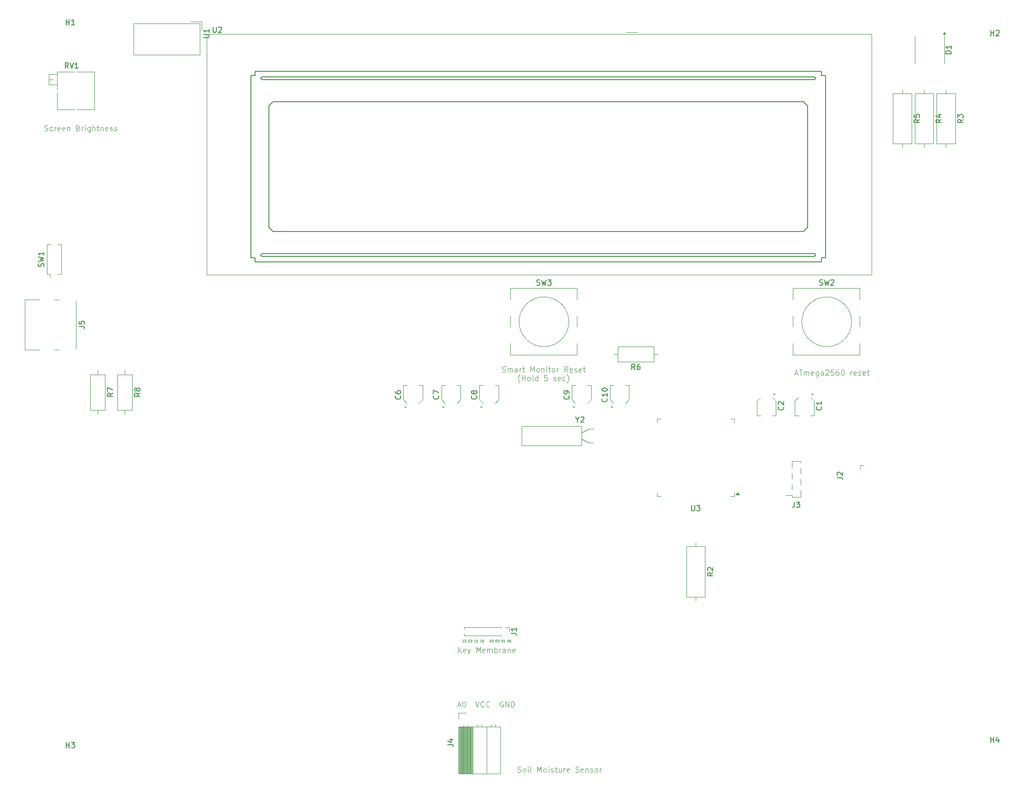
<source format=gbr>
%TF.GenerationSoftware,KiCad,Pcbnew,9.0.4*%
%TF.CreationDate,2025-12-18T16:12:58-05:00*%
%TF.ProjectId,ECET230 Smart Plant Monitor,45434554-3233-4302-9053-6d6172742050,rev?*%
%TF.SameCoordinates,Original*%
%TF.FileFunction,Legend,Top*%
%TF.FilePolarity,Positive*%
%FSLAX46Y46*%
G04 Gerber Fmt 4.6, Leading zero omitted, Abs format (unit mm)*
G04 Created by KiCad (PCBNEW 9.0.4) date 2025-12-18 16:12:58*
%MOMM*%
%LPD*%
G01*
G04 APERTURE LIST*
%ADD10C,0.100000*%
%ADD11C,0.050000*%
%ADD12C,0.150000*%
%ADD13C,0.120000*%
G04 APERTURE END LIST*
D10*
X151256265Y-157824800D02*
X151399122Y-157872419D01*
X151399122Y-157872419D02*
X151637217Y-157872419D01*
X151637217Y-157872419D02*
X151732455Y-157824800D01*
X151732455Y-157824800D02*
X151780074Y-157777180D01*
X151780074Y-157777180D02*
X151827693Y-157681942D01*
X151827693Y-157681942D02*
X151827693Y-157586704D01*
X151827693Y-157586704D02*
X151780074Y-157491466D01*
X151780074Y-157491466D02*
X151732455Y-157443847D01*
X151732455Y-157443847D02*
X151637217Y-157396228D01*
X151637217Y-157396228D02*
X151446741Y-157348609D01*
X151446741Y-157348609D02*
X151351503Y-157300990D01*
X151351503Y-157300990D02*
X151303884Y-157253371D01*
X151303884Y-157253371D02*
X151256265Y-157158133D01*
X151256265Y-157158133D02*
X151256265Y-157062895D01*
X151256265Y-157062895D02*
X151303884Y-156967657D01*
X151303884Y-156967657D02*
X151351503Y-156920038D01*
X151351503Y-156920038D02*
X151446741Y-156872419D01*
X151446741Y-156872419D02*
X151684836Y-156872419D01*
X151684836Y-156872419D02*
X151827693Y-156920038D01*
X152399122Y-157872419D02*
X152303884Y-157824800D01*
X152303884Y-157824800D02*
X152256265Y-157777180D01*
X152256265Y-157777180D02*
X152208646Y-157681942D01*
X152208646Y-157681942D02*
X152208646Y-157396228D01*
X152208646Y-157396228D02*
X152256265Y-157300990D01*
X152256265Y-157300990D02*
X152303884Y-157253371D01*
X152303884Y-157253371D02*
X152399122Y-157205752D01*
X152399122Y-157205752D02*
X152541979Y-157205752D01*
X152541979Y-157205752D02*
X152637217Y-157253371D01*
X152637217Y-157253371D02*
X152684836Y-157300990D01*
X152684836Y-157300990D02*
X152732455Y-157396228D01*
X152732455Y-157396228D02*
X152732455Y-157681942D01*
X152732455Y-157681942D02*
X152684836Y-157777180D01*
X152684836Y-157777180D02*
X152637217Y-157824800D01*
X152637217Y-157824800D02*
X152541979Y-157872419D01*
X152541979Y-157872419D02*
X152399122Y-157872419D01*
X153161027Y-157872419D02*
X153161027Y-157205752D01*
X153161027Y-156872419D02*
X153113408Y-156920038D01*
X153113408Y-156920038D02*
X153161027Y-156967657D01*
X153161027Y-156967657D02*
X153208646Y-156920038D01*
X153208646Y-156920038D02*
X153161027Y-156872419D01*
X153161027Y-156872419D02*
X153161027Y-156967657D01*
X153780074Y-157872419D02*
X153684836Y-157824800D01*
X153684836Y-157824800D02*
X153637217Y-157729561D01*
X153637217Y-157729561D02*
X153637217Y-156872419D01*
X154922932Y-157872419D02*
X154922932Y-156872419D01*
X154922932Y-156872419D02*
X155256265Y-157586704D01*
X155256265Y-157586704D02*
X155589598Y-156872419D01*
X155589598Y-156872419D02*
X155589598Y-157872419D01*
X156208646Y-157872419D02*
X156113408Y-157824800D01*
X156113408Y-157824800D02*
X156065789Y-157777180D01*
X156065789Y-157777180D02*
X156018170Y-157681942D01*
X156018170Y-157681942D02*
X156018170Y-157396228D01*
X156018170Y-157396228D02*
X156065789Y-157300990D01*
X156065789Y-157300990D02*
X156113408Y-157253371D01*
X156113408Y-157253371D02*
X156208646Y-157205752D01*
X156208646Y-157205752D02*
X156351503Y-157205752D01*
X156351503Y-157205752D02*
X156446741Y-157253371D01*
X156446741Y-157253371D02*
X156494360Y-157300990D01*
X156494360Y-157300990D02*
X156541979Y-157396228D01*
X156541979Y-157396228D02*
X156541979Y-157681942D01*
X156541979Y-157681942D02*
X156494360Y-157777180D01*
X156494360Y-157777180D02*
X156446741Y-157824800D01*
X156446741Y-157824800D02*
X156351503Y-157872419D01*
X156351503Y-157872419D02*
X156208646Y-157872419D01*
X156970551Y-157872419D02*
X156970551Y-157205752D01*
X156970551Y-156872419D02*
X156922932Y-156920038D01*
X156922932Y-156920038D02*
X156970551Y-156967657D01*
X156970551Y-156967657D02*
X157018170Y-156920038D01*
X157018170Y-156920038D02*
X156970551Y-156872419D01*
X156970551Y-156872419D02*
X156970551Y-156967657D01*
X157399122Y-157824800D02*
X157494360Y-157872419D01*
X157494360Y-157872419D02*
X157684836Y-157872419D01*
X157684836Y-157872419D02*
X157780074Y-157824800D01*
X157780074Y-157824800D02*
X157827693Y-157729561D01*
X157827693Y-157729561D02*
X157827693Y-157681942D01*
X157827693Y-157681942D02*
X157780074Y-157586704D01*
X157780074Y-157586704D02*
X157684836Y-157539085D01*
X157684836Y-157539085D02*
X157541979Y-157539085D01*
X157541979Y-157539085D02*
X157446741Y-157491466D01*
X157446741Y-157491466D02*
X157399122Y-157396228D01*
X157399122Y-157396228D02*
X157399122Y-157348609D01*
X157399122Y-157348609D02*
X157446741Y-157253371D01*
X157446741Y-157253371D02*
X157541979Y-157205752D01*
X157541979Y-157205752D02*
X157684836Y-157205752D01*
X157684836Y-157205752D02*
X157780074Y-157253371D01*
X158113408Y-157205752D02*
X158494360Y-157205752D01*
X158256265Y-156872419D02*
X158256265Y-157729561D01*
X158256265Y-157729561D02*
X158303884Y-157824800D01*
X158303884Y-157824800D02*
X158399122Y-157872419D01*
X158399122Y-157872419D02*
X158494360Y-157872419D01*
X159256265Y-157205752D02*
X159256265Y-157872419D01*
X158827694Y-157205752D02*
X158827694Y-157729561D01*
X158827694Y-157729561D02*
X158875313Y-157824800D01*
X158875313Y-157824800D02*
X158970551Y-157872419D01*
X158970551Y-157872419D02*
X159113408Y-157872419D01*
X159113408Y-157872419D02*
X159208646Y-157824800D01*
X159208646Y-157824800D02*
X159256265Y-157777180D01*
X159732456Y-157872419D02*
X159732456Y-157205752D01*
X159732456Y-157396228D02*
X159780075Y-157300990D01*
X159780075Y-157300990D02*
X159827694Y-157253371D01*
X159827694Y-157253371D02*
X159922932Y-157205752D01*
X159922932Y-157205752D02*
X160018170Y-157205752D01*
X160732456Y-157824800D02*
X160637218Y-157872419D01*
X160637218Y-157872419D02*
X160446742Y-157872419D01*
X160446742Y-157872419D02*
X160351504Y-157824800D01*
X160351504Y-157824800D02*
X160303885Y-157729561D01*
X160303885Y-157729561D02*
X160303885Y-157348609D01*
X160303885Y-157348609D02*
X160351504Y-157253371D01*
X160351504Y-157253371D02*
X160446742Y-157205752D01*
X160446742Y-157205752D02*
X160637218Y-157205752D01*
X160637218Y-157205752D02*
X160732456Y-157253371D01*
X160732456Y-157253371D02*
X160780075Y-157348609D01*
X160780075Y-157348609D02*
X160780075Y-157443847D01*
X160780075Y-157443847D02*
X160303885Y-157539085D01*
X161922933Y-157824800D02*
X162065790Y-157872419D01*
X162065790Y-157872419D02*
X162303885Y-157872419D01*
X162303885Y-157872419D02*
X162399123Y-157824800D01*
X162399123Y-157824800D02*
X162446742Y-157777180D01*
X162446742Y-157777180D02*
X162494361Y-157681942D01*
X162494361Y-157681942D02*
X162494361Y-157586704D01*
X162494361Y-157586704D02*
X162446742Y-157491466D01*
X162446742Y-157491466D02*
X162399123Y-157443847D01*
X162399123Y-157443847D02*
X162303885Y-157396228D01*
X162303885Y-157396228D02*
X162113409Y-157348609D01*
X162113409Y-157348609D02*
X162018171Y-157300990D01*
X162018171Y-157300990D02*
X161970552Y-157253371D01*
X161970552Y-157253371D02*
X161922933Y-157158133D01*
X161922933Y-157158133D02*
X161922933Y-157062895D01*
X161922933Y-157062895D02*
X161970552Y-156967657D01*
X161970552Y-156967657D02*
X162018171Y-156920038D01*
X162018171Y-156920038D02*
X162113409Y-156872419D01*
X162113409Y-156872419D02*
X162351504Y-156872419D01*
X162351504Y-156872419D02*
X162494361Y-156920038D01*
X163303885Y-157824800D02*
X163208647Y-157872419D01*
X163208647Y-157872419D02*
X163018171Y-157872419D01*
X163018171Y-157872419D02*
X162922933Y-157824800D01*
X162922933Y-157824800D02*
X162875314Y-157729561D01*
X162875314Y-157729561D02*
X162875314Y-157348609D01*
X162875314Y-157348609D02*
X162922933Y-157253371D01*
X162922933Y-157253371D02*
X163018171Y-157205752D01*
X163018171Y-157205752D02*
X163208647Y-157205752D01*
X163208647Y-157205752D02*
X163303885Y-157253371D01*
X163303885Y-157253371D02*
X163351504Y-157348609D01*
X163351504Y-157348609D02*
X163351504Y-157443847D01*
X163351504Y-157443847D02*
X162875314Y-157539085D01*
X163780076Y-157205752D02*
X163780076Y-157872419D01*
X163780076Y-157300990D02*
X163827695Y-157253371D01*
X163827695Y-157253371D02*
X163922933Y-157205752D01*
X163922933Y-157205752D02*
X164065790Y-157205752D01*
X164065790Y-157205752D02*
X164161028Y-157253371D01*
X164161028Y-157253371D02*
X164208647Y-157348609D01*
X164208647Y-157348609D02*
X164208647Y-157872419D01*
X164637219Y-157824800D02*
X164732457Y-157872419D01*
X164732457Y-157872419D02*
X164922933Y-157872419D01*
X164922933Y-157872419D02*
X165018171Y-157824800D01*
X165018171Y-157824800D02*
X165065790Y-157729561D01*
X165065790Y-157729561D02*
X165065790Y-157681942D01*
X165065790Y-157681942D02*
X165018171Y-157586704D01*
X165018171Y-157586704D02*
X164922933Y-157539085D01*
X164922933Y-157539085D02*
X164780076Y-157539085D01*
X164780076Y-157539085D02*
X164684838Y-157491466D01*
X164684838Y-157491466D02*
X164637219Y-157396228D01*
X164637219Y-157396228D02*
X164637219Y-157348609D01*
X164637219Y-157348609D02*
X164684838Y-157253371D01*
X164684838Y-157253371D02*
X164780076Y-157205752D01*
X164780076Y-157205752D02*
X164922933Y-157205752D01*
X164922933Y-157205752D02*
X165018171Y-157253371D01*
X165637219Y-157872419D02*
X165541981Y-157824800D01*
X165541981Y-157824800D02*
X165494362Y-157777180D01*
X165494362Y-157777180D02*
X165446743Y-157681942D01*
X165446743Y-157681942D02*
X165446743Y-157396228D01*
X165446743Y-157396228D02*
X165494362Y-157300990D01*
X165494362Y-157300990D02*
X165541981Y-157253371D01*
X165541981Y-157253371D02*
X165637219Y-157205752D01*
X165637219Y-157205752D02*
X165780076Y-157205752D01*
X165780076Y-157205752D02*
X165875314Y-157253371D01*
X165875314Y-157253371D02*
X165922933Y-157300990D01*
X165922933Y-157300990D02*
X165970552Y-157396228D01*
X165970552Y-157396228D02*
X165970552Y-157681942D01*
X165970552Y-157681942D02*
X165922933Y-157777180D01*
X165922933Y-157777180D02*
X165875314Y-157824800D01*
X165875314Y-157824800D02*
X165780076Y-157872419D01*
X165780076Y-157872419D02*
X165637219Y-157872419D01*
X166399124Y-157872419D02*
X166399124Y-157205752D01*
X166399124Y-157396228D02*
X166446743Y-157300990D01*
X166446743Y-157300990D02*
X166494362Y-157253371D01*
X166494362Y-157253371D02*
X166589600Y-157205752D01*
X166589600Y-157205752D02*
X166684838Y-157205752D01*
D11*
X141356703Y-133910352D02*
X141337655Y-133929400D01*
X141337655Y-133929400D02*
X141280513Y-133948447D01*
X141280513Y-133948447D02*
X141242417Y-133948447D01*
X141242417Y-133948447D02*
X141185274Y-133929400D01*
X141185274Y-133929400D02*
X141147179Y-133891304D01*
X141147179Y-133891304D02*
X141128132Y-133853209D01*
X141128132Y-133853209D02*
X141109084Y-133777019D01*
X141109084Y-133777019D02*
X141109084Y-133719876D01*
X141109084Y-133719876D02*
X141128132Y-133643685D01*
X141128132Y-133643685D02*
X141147179Y-133605590D01*
X141147179Y-133605590D02*
X141185274Y-133567495D01*
X141185274Y-133567495D02*
X141242417Y-133548447D01*
X141242417Y-133548447D02*
X141280513Y-133548447D01*
X141280513Y-133548447D02*
X141337655Y-133567495D01*
X141337655Y-133567495D02*
X141356703Y-133586542D01*
X141490036Y-133548447D02*
X141737655Y-133548447D01*
X141737655Y-133548447D02*
X141604322Y-133700828D01*
X141604322Y-133700828D02*
X141661465Y-133700828D01*
X141661465Y-133700828D02*
X141699560Y-133719876D01*
X141699560Y-133719876D02*
X141718608Y-133738923D01*
X141718608Y-133738923D02*
X141737655Y-133777019D01*
X141737655Y-133777019D02*
X141737655Y-133872257D01*
X141737655Y-133872257D02*
X141718608Y-133910352D01*
X141718608Y-133910352D02*
X141699560Y-133929400D01*
X141699560Y-133929400D02*
X141661465Y-133948447D01*
X141661465Y-133948447D02*
X141547179Y-133948447D01*
X141547179Y-133948447D02*
X141509084Y-133929400D01*
X141509084Y-133929400D02*
X141490036Y-133910352D01*
X142442417Y-133910352D02*
X142423369Y-133929400D01*
X142423369Y-133929400D02*
X142366227Y-133948447D01*
X142366227Y-133948447D02*
X142328131Y-133948447D01*
X142328131Y-133948447D02*
X142270988Y-133929400D01*
X142270988Y-133929400D02*
X142232893Y-133891304D01*
X142232893Y-133891304D02*
X142213846Y-133853209D01*
X142213846Y-133853209D02*
X142194798Y-133777019D01*
X142194798Y-133777019D02*
X142194798Y-133719876D01*
X142194798Y-133719876D02*
X142213846Y-133643685D01*
X142213846Y-133643685D02*
X142232893Y-133605590D01*
X142232893Y-133605590D02*
X142270988Y-133567495D01*
X142270988Y-133567495D02*
X142328131Y-133548447D01*
X142328131Y-133548447D02*
X142366227Y-133548447D01*
X142366227Y-133548447D02*
X142423369Y-133567495D01*
X142423369Y-133567495D02*
X142442417Y-133586542D01*
X142594798Y-133586542D02*
X142613846Y-133567495D01*
X142613846Y-133567495D02*
X142651941Y-133548447D01*
X142651941Y-133548447D02*
X142747179Y-133548447D01*
X142747179Y-133548447D02*
X142785274Y-133567495D01*
X142785274Y-133567495D02*
X142804322Y-133586542D01*
X142804322Y-133586542D02*
X142823369Y-133624638D01*
X142823369Y-133624638D02*
X142823369Y-133662733D01*
X142823369Y-133662733D02*
X142804322Y-133719876D01*
X142804322Y-133719876D02*
X142575750Y-133948447D01*
X142575750Y-133948447D02*
X142823369Y-133948447D01*
X143528131Y-133910352D02*
X143509083Y-133929400D01*
X143509083Y-133929400D02*
X143451941Y-133948447D01*
X143451941Y-133948447D02*
X143413845Y-133948447D01*
X143413845Y-133948447D02*
X143356702Y-133929400D01*
X143356702Y-133929400D02*
X143318607Y-133891304D01*
X143318607Y-133891304D02*
X143299560Y-133853209D01*
X143299560Y-133853209D02*
X143280512Y-133777019D01*
X143280512Y-133777019D02*
X143280512Y-133719876D01*
X143280512Y-133719876D02*
X143299560Y-133643685D01*
X143299560Y-133643685D02*
X143318607Y-133605590D01*
X143318607Y-133605590D02*
X143356702Y-133567495D01*
X143356702Y-133567495D02*
X143413845Y-133548447D01*
X143413845Y-133548447D02*
X143451941Y-133548447D01*
X143451941Y-133548447D02*
X143509083Y-133567495D01*
X143509083Y-133567495D02*
X143528131Y-133586542D01*
X143909083Y-133948447D02*
X143680512Y-133948447D01*
X143794798Y-133948447D02*
X143794798Y-133548447D01*
X143794798Y-133548447D02*
X143756702Y-133605590D01*
X143756702Y-133605590D02*
X143718607Y-133643685D01*
X143718607Y-133643685D02*
X143680512Y-133662733D01*
X144613845Y-133910352D02*
X144594797Y-133929400D01*
X144594797Y-133929400D02*
X144537655Y-133948447D01*
X144537655Y-133948447D02*
X144499559Y-133948447D01*
X144499559Y-133948447D02*
X144442416Y-133929400D01*
X144442416Y-133929400D02*
X144404321Y-133891304D01*
X144404321Y-133891304D02*
X144385274Y-133853209D01*
X144385274Y-133853209D02*
X144366226Y-133777019D01*
X144366226Y-133777019D02*
X144366226Y-133719876D01*
X144366226Y-133719876D02*
X144385274Y-133643685D01*
X144385274Y-133643685D02*
X144404321Y-133605590D01*
X144404321Y-133605590D02*
X144442416Y-133567495D01*
X144442416Y-133567495D02*
X144499559Y-133548447D01*
X144499559Y-133548447D02*
X144537655Y-133548447D01*
X144537655Y-133548447D02*
X144594797Y-133567495D01*
X144594797Y-133567495D02*
X144613845Y-133586542D01*
X144861464Y-133548447D02*
X144899559Y-133548447D01*
X144899559Y-133548447D02*
X144937655Y-133567495D01*
X144937655Y-133567495D02*
X144956702Y-133586542D01*
X144956702Y-133586542D02*
X144975750Y-133624638D01*
X144975750Y-133624638D02*
X144994797Y-133700828D01*
X144994797Y-133700828D02*
X144994797Y-133796066D01*
X144994797Y-133796066D02*
X144975750Y-133872257D01*
X144975750Y-133872257D02*
X144956702Y-133910352D01*
X144956702Y-133910352D02*
X144937655Y-133929400D01*
X144937655Y-133929400D02*
X144899559Y-133948447D01*
X144899559Y-133948447D02*
X144861464Y-133948447D01*
X144861464Y-133948447D02*
X144823369Y-133929400D01*
X144823369Y-133929400D02*
X144804321Y-133910352D01*
X144804321Y-133910352D02*
X144785274Y-133872257D01*
X144785274Y-133872257D02*
X144766226Y-133796066D01*
X144766226Y-133796066D02*
X144766226Y-133700828D01*
X144766226Y-133700828D02*
X144785274Y-133624638D01*
X144785274Y-133624638D02*
X144804321Y-133586542D01*
X144804321Y-133586542D02*
X144823369Y-133567495D01*
X144823369Y-133567495D02*
X144861464Y-133548447D01*
X146356703Y-133948447D02*
X146223370Y-133757971D01*
X146128132Y-133948447D02*
X146128132Y-133548447D01*
X146128132Y-133548447D02*
X146280513Y-133548447D01*
X146280513Y-133548447D02*
X146318608Y-133567495D01*
X146318608Y-133567495D02*
X146337655Y-133586542D01*
X146337655Y-133586542D02*
X146356703Y-133624638D01*
X146356703Y-133624638D02*
X146356703Y-133681780D01*
X146356703Y-133681780D02*
X146337655Y-133719876D01*
X146337655Y-133719876D02*
X146318608Y-133738923D01*
X146318608Y-133738923D02*
X146280513Y-133757971D01*
X146280513Y-133757971D02*
X146128132Y-133757971D01*
X146490036Y-133548447D02*
X146737655Y-133548447D01*
X146737655Y-133548447D02*
X146604322Y-133700828D01*
X146604322Y-133700828D02*
X146661465Y-133700828D01*
X146661465Y-133700828D02*
X146699560Y-133719876D01*
X146699560Y-133719876D02*
X146718608Y-133738923D01*
X146718608Y-133738923D02*
X146737655Y-133777019D01*
X146737655Y-133777019D02*
X146737655Y-133872257D01*
X146737655Y-133872257D02*
X146718608Y-133910352D01*
X146718608Y-133910352D02*
X146699560Y-133929400D01*
X146699560Y-133929400D02*
X146661465Y-133948447D01*
X146661465Y-133948447D02*
X146547179Y-133948447D01*
X146547179Y-133948447D02*
X146509084Y-133929400D01*
X146509084Y-133929400D02*
X146490036Y-133910352D01*
X147442417Y-133948447D02*
X147309084Y-133757971D01*
X147213846Y-133948447D02*
X147213846Y-133548447D01*
X147213846Y-133548447D02*
X147366227Y-133548447D01*
X147366227Y-133548447D02*
X147404322Y-133567495D01*
X147404322Y-133567495D02*
X147423369Y-133586542D01*
X147423369Y-133586542D02*
X147442417Y-133624638D01*
X147442417Y-133624638D02*
X147442417Y-133681780D01*
X147442417Y-133681780D02*
X147423369Y-133719876D01*
X147423369Y-133719876D02*
X147404322Y-133738923D01*
X147404322Y-133738923D02*
X147366227Y-133757971D01*
X147366227Y-133757971D02*
X147213846Y-133757971D01*
X147594798Y-133586542D02*
X147613846Y-133567495D01*
X147613846Y-133567495D02*
X147651941Y-133548447D01*
X147651941Y-133548447D02*
X147747179Y-133548447D01*
X147747179Y-133548447D02*
X147785274Y-133567495D01*
X147785274Y-133567495D02*
X147804322Y-133586542D01*
X147804322Y-133586542D02*
X147823369Y-133624638D01*
X147823369Y-133624638D02*
X147823369Y-133662733D01*
X147823369Y-133662733D02*
X147804322Y-133719876D01*
X147804322Y-133719876D02*
X147575750Y-133948447D01*
X147575750Y-133948447D02*
X147823369Y-133948447D01*
X148528131Y-133948447D02*
X148394798Y-133757971D01*
X148299560Y-133948447D02*
X148299560Y-133548447D01*
X148299560Y-133548447D02*
X148451941Y-133548447D01*
X148451941Y-133548447D02*
X148490036Y-133567495D01*
X148490036Y-133567495D02*
X148509083Y-133586542D01*
X148509083Y-133586542D02*
X148528131Y-133624638D01*
X148528131Y-133624638D02*
X148528131Y-133681780D01*
X148528131Y-133681780D02*
X148509083Y-133719876D01*
X148509083Y-133719876D02*
X148490036Y-133738923D01*
X148490036Y-133738923D02*
X148451941Y-133757971D01*
X148451941Y-133757971D02*
X148299560Y-133757971D01*
X148909083Y-133948447D02*
X148680512Y-133948447D01*
X148794798Y-133948447D02*
X148794798Y-133548447D01*
X148794798Y-133548447D02*
X148756702Y-133605590D01*
X148756702Y-133605590D02*
X148718607Y-133643685D01*
X148718607Y-133643685D02*
X148680512Y-133662733D01*
X149613845Y-133948447D02*
X149480512Y-133757971D01*
X149385274Y-133948447D02*
X149385274Y-133548447D01*
X149385274Y-133548447D02*
X149537655Y-133548447D01*
X149537655Y-133548447D02*
X149575750Y-133567495D01*
X149575750Y-133567495D02*
X149594797Y-133586542D01*
X149594797Y-133586542D02*
X149613845Y-133624638D01*
X149613845Y-133624638D02*
X149613845Y-133681780D01*
X149613845Y-133681780D02*
X149594797Y-133719876D01*
X149594797Y-133719876D02*
X149575750Y-133738923D01*
X149575750Y-133738923D02*
X149537655Y-133757971D01*
X149537655Y-133757971D02*
X149385274Y-133757971D01*
X149861464Y-133548447D02*
X149899559Y-133548447D01*
X149899559Y-133548447D02*
X149937655Y-133567495D01*
X149937655Y-133567495D02*
X149956702Y-133586542D01*
X149956702Y-133586542D02*
X149975750Y-133624638D01*
X149975750Y-133624638D02*
X149994797Y-133700828D01*
X149994797Y-133700828D02*
X149994797Y-133796066D01*
X149994797Y-133796066D02*
X149975750Y-133872257D01*
X149975750Y-133872257D02*
X149956702Y-133910352D01*
X149956702Y-133910352D02*
X149937655Y-133929400D01*
X149937655Y-133929400D02*
X149899559Y-133948447D01*
X149899559Y-133948447D02*
X149861464Y-133948447D01*
X149861464Y-133948447D02*
X149823369Y-133929400D01*
X149823369Y-133929400D02*
X149804321Y-133910352D01*
X149804321Y-133910352D02*
X149785274Y-133872257D01*
X149785274Y-133872257D02*
X149766226Y-133796066D01*
X149766226Y-133796066D02*
X149766226Y-133700828D01*
X149766226Y-133700828D02*
X149785274Y-133624638D01*
X149785274Y-133624638D02*
X149804321Y-133586542D01*
X149804321Y-133586542D02*
X149823369Y-133567495D01*
X149823369Y-133567495D02*
X149861464Y-133548447D01*
D10*
X148428570Y-84214856D02*
X148571427Y-84262475D01*
X148571427Y-84262475D02*
X148809522Y-84262475D01*
X148809522Y-84262475D02*
X148904760Y-84214856D01*
X148904760Y-84214856D02*
X148952379Y-84167236D01*
X148952379Y-84167236D02*
X148999998Y-84071998D01*
X148999998Y-84071998D02*
X148999998Y-83976760D01*
X148999998Y-83976760D02*
X148952379Y-83881522D01*
X148952379Y-83881522D02*
X148904760Y-83833903D01*
X148904760Y-83833903D02*
X148809522Y-83786284D01*
X148809522Y-83786284D02*
X148619046Y-83738665D01*
X148619046Y-83738665D02*
X148523808Y-83691046D01*
X148523808Y-83691046D02*
X148476189Y-83643427D01*
X148476189Y-83643427D02*
X148428570Y-83548189D01*
X148428570Y-83548189D02*
X148428570Y-83452951D01*
X148428570Y-83452951D02*
X148476189Y-83357713D01*
X148476189Y-83357713D02*
X148523808Y-83310094D01*
X148523808Y-83310094D02*
X148619046Y-83262475D01*
X148619046Y-83262475D02*
X148857141Y-83262475D01*
X148857141Y-83262475D02*
X148999998Y-83310094D01*
X149428570Y-84262475D02*
X149428570Y-83595808D01*
X149428570Y-83691046D02*
X149476189Y-83643427D01*
X149476189Y-83643427D02*
X149571427Y-83595808D01*
X149571427Y-83595808D02*
X149714284Y-83595808D01*
X149714284Y-83595808D02*
X149809522Y-83643427D01*
X149809522Y-83643427D02*
X149857141Y-83738665D01*
X149857141Y-83738665D02*
X149857141Y-84262475D01*
X149857141Y-83738665D02*
X149904760Y-83643427D01*
X149904760Y-83643427D02*
X149999998Y-83595808D01*
X149999998Y-83595808D02*
X150142855Y-83595808D01*
X150142855Y-83595808D02*
X150238094Y-83643427D01*
X150238094Y-83643427D02*
X150285713Y-83738665D01*
X150285713Y-83738665D02*
X150285713Y-84262475D01*
X151190474Y-84262475D02*
X151190474Y-83738665D01*
X151190474Y-83738665D02*
X151142855Y-83643427D01*
X151142855Y-83643427D02*
X151047617Y-83595808D01*
X151047617Y-83595808D02*
X150857141Y-83595808D01*
X150857141Y-83595808D02*
X150761903Y-83643427D01*
X151190474Y-84214856D02*
X151095236Y-84262475D01*
X151095236Y-84262475D02*
X150857141Y-84262475D01*
X150857141Y-84262475D02*
X150761903Y-84214856D01*
X150761903Y-84214856D02*
X150714284Y-84119617D01*
X150714284Y-84119617D02*
X150714284Y-84024379D01*
X150714284Y-84024379D02*
X150761903Y-83929141D01*
X150761903Y-83929141D02*
X150857141Y-83881522D01*
X150857141Y-83881522D02*
X151095236Y-83881522D01*
X151095236Y-83881522D02*
X151190474Y-83833903D01*
X151666665Y-84262475D02*
X151666665Y-83595808D01*
X151666665Y-83786284D02*
X151714284Y-83691046D01*
X151714284Y-83691046D02*
X151761903Y-83643427D01*
X151761903Y-83643427D02*
X151857141Y-83595808D01*
X151857141Y-83595808D02*
X151952379Y-83595808D01*
X152142856Y-83595808D02*
X152523808Y-83595808D01*
X152285713Y-83262475D02*
X152285713Y-84119617D01*
X152285713Y-84119617D02*
X152333332Y-84214856D01*
X152333332Y-84214856D02*
X152428570Y-84262475D01*
X152428570Y-84262475D02*
X152523808Y-84262475D01*
X153619047Y-84262475D02*
X153619047Y-83262475D01*
X153619047Y-83262475D02*
X153952380Y-83976760D01*
X153952380Y-83976760D02*
X154285713Y-83262475D01*
X154285713Y-83262475D02*
X154285713Y-84262475D01*
X154904761Y-84262475D02*
X154809523Y-84214856D01*
X154809523Y-84214856D02*
X154761904Y-84167236D01*
X154761904Y-84167236D02*
X154714285Y-84071998D01*
X154714285Y-84071998D02*
X154714285Y-83786284D01*
X154714285Y-83786284D02*
X154761904Y-83691046D01*
X154761904Y-83691046D02*
X154809523Y-83643427D01*
X154809523Y-83643427D02*
X154904761Y-83595808D01*
X154904761Y-83595808D02*
X155047618Y-83595808D01*
X155047618Y-83595808D02*
X155142856Y-83643427D01*
X155142856Y-83643427D02*
X155190475Y-83691046D01*
X155190475Y-83691046D02*
X155238094Y-83786284D01*
X155238094Y-83786284D02*
X155238094Y-84071998D01*
X155238094Y-84071998D02*
X155190475Y-84167236D01*
X155190475Y-84167236D02*
X155142856Y-84214856D01*
X155142856Y-84214856D02*
X155047618Y-84262475D01*
X155047618Y-84262475D02*
X154904761Y-84262475D01*
X155666666Y-83595808D02*
X155666666Y-84262475D01*
X155666666Y-83691046D02*
X155714285Y-83643427D01*
X155714285Y-83643427D02*
X155809523Y-83595808D01*
X155809523Y-83595808D02*
X155952380Y-83595808D01*
X155952380Y-83595808D02*
X156047618Y-83643427D01*
X156047618Y-83643427D02*
X156095237Y-83738665D01*
X156095237Y-83738665D02*
X156095237Y-84262475D01*
X156571428Y-84262475D02*
X156571428Y-83595808D01*
X156571428Y-83262475D02*
X156523809Y-83310094D01*
X156523809Y-83310094D02*
X156571428Y-83357713D01*
X156571428Y-83357713D02*
X156619047Y-83310094D01*
X156619047Y-83310094D02*
X156571428Y-83262475D01*
X156571428Y-83262475D02*
X156571428Y-83357713D01*
X156904761Y-83595808D02*
X157285713Y-83595808D01*
X157047618Y-83262475D02*
X157047618Y-84119617D01*
X157047618Y-84119617D02*
X157095237Y-84214856D01*
X157095237Y-84214856D02*
X157190475Y-84262475D01*
X157190475Y-84262475D02*
X157285713Y-84262475D01*
X157761904Y-84262475D02*
X157666666Y-84214856D01*
X157666666Y-84214856D02*
X157619047Y-84167236D01*
X157619047Y-84167236D02*
X157571428Y-84071998D01*
X157571428Y-84071998D02*
X157571428Y-83786284D01*
X157571428Y-83786284D02*
X157619047Y-83691046D01*
X157619047Y-83691046D02*
X157666666Y-83643427D01*
X157666666Y-83643427D02*
X157761904Y-83595808D01*
X157761904Y-83595808D02*
X157904761Y-83595808D01*
X157904761Y-83595808D02*
X157999999Y-83643427D01*
X157999999Y-83643427D02*
X158047618Y-83691046D01*
X158047618Y-83691046D02*
X158095237Y-83786284D01*
X158095237Y-83786284D02*
X158095237Y-84071998D01*
X158095237Y-84071998D02*
X158047618Y-84167236D01*
X158047618Y-84167236D02*
X157999999Y-84214856D01*
X157999999Y-84214856D02*
X157904761Y-84262475D01*
X157904761Y-84262475D02*
X157761904Y-84262475D01*
X158523809Y-84262475D02*
X158523809Y-83595808D01*
X158523809Y-83786284D02*
X158571428Y-83691046D01*
X158571428Y-83691046D02*
X158619047Y-83643427D01*
X158619047Y-83643427D02*
X158714285Y-83595808D01*
X158714285Y-83595808D02*
X158809523Y-83595808D01*
X160476190Y-84262475D02*
X160142857Y-83786284D01*
X159904762Y-84262475D02*
X159904762Y-83262475D01*
X159904762Y-83262475D02*
X160285714Y-83262475D01*
X160285714Y-83262475D02*
X160380952Y-83310094D01*
X160380952Y-83310094D02*
X160428571Y-83357713D01*
X160428571Y-83357713D02*
X160476190Y-83452951D01*
X160476190Y-83452951D02*
X160476190Y-83595808D01*
X160476190Y-83595808D02*
X160428571Y-83691046D01*
X160428571Y-83691046D02*
X160380952Y-83738665D01*
X160380952Y-83738665D02*
X160285714Y-83786284D01*
X160285714Y-83786284D02*
X159904762Y-83786284D01*
X161285714Y-84214856D02*
X161190476Y-84262475D01*
X161190476Y-84262475D02*
X161000000Y-84262475D01*
X161000000Y-84262475D02*
X160904762Y-84214856D01*
X160904762Y-84214856D02*
X160857143Y-84119617D01*
X160857143Y-84119617D02*
X160857143Y-83738665D01*
X160857143Y-83738665D02*
X160904762Y-83643427D01*
X160904762Y-83643427D02*
X161000000Y-83595808D01*
X161000000Y-83595808D02*
X161190476Y-83595808D01*
X161190476Y-83595808D02*
X161285714Y-83643427D01*
X161285714Y-83643427D02*
X161333333Y-83738665D01*
X161333333Y-83738665D02*
X161333333Y-83833903D01*
X161333333Y-83833903D02*
X160857143Y-83929141D01*
X161714286Y-84214856D02*
X161809524Y-84262475D01*
X161809524Y-84262475D02*
X162000000Y-84262475D01*
X162000000Y-84262475D02*
X162095238Y-84214856D01*
X162095238Y-84214856D02*
X162142857Y-84119617D01*
X162142857Y-84119617D02*
X162142857Y-84071998D01*
X162142857Y-84071998D02*
X162095238Y-83976760D01*
X162095238Y-83976760D02*
X162000000Y-83929141D01*
X162000000Y-83929141D02*
X161857143Y-83929141D01*
X161857143Y-83929141D02*
X161761905Y-83881522D01*
X161761905Y-83881522D02*
X161714286Y-83786284D01*
X161714286Y-83786284D02*
X161714286Y-83738665D01*
X161714286Y-83738665D02*
X161761905Y-83643427D01*
X161761905Y-83643427D02*
X161857143Y-83595808D01*
X161857143Y-83595808D02*
X162000000Y-83595808D01*
X162000000Y-83595808D02*
X162095238Y-83643427D01*
X162952381Y-84214856D02*
X162857143Y-84262475D01*
X162857143Y-84262475D02*
X162666667Y-84262475D01*
X162666667Y-84262475D02*
X162571429Y-84214856D01*
X162571429Y-84214856D02*
X162523810Y-84119617D01*
X162523810Y-84119617D02*
X162523810Y-83738665D01*
X162523810Y-83738665D02*
X162571429Y-83643427D01*
X162571429Y-83643427D02*
X162666667Y-83595808D01*
X162666667Y-83595808D02*
X162857143Y-83595808D01*
X162857143Y-83595808D02*
X162952381Y-83643427D01*
X162952381Y-83643427D02*
X163000000Y-83738665D01*
X163000000Y-83738665D02*
X163000000Y-83833903D01*
X163000000Y-83833903D02*
X162523810Y-83929141D01*
X163285715Y-83595808D02*
X163666667Y-83595808D01*
X163428572Y-83262475D02*
X163428572Y-84119617D01*
X163428572Y-84119617D02*
X163476191Y-84214856D01*
X163476191Y-84214856D02*
X163571429Y-84262475D01*
X163571429Y-84262475D02*
X163666667Y-84262475D01*
X151666665Y-86253371D02*
X151619046Y-86205752D01*
X151619046Y-86205752D02*
X151523808Y-86062895D01*
X151523808Y-86062895D02*
X151476189Y-85967657D01*
X151476189Y-85967657D02*
X151428570Y-85824800D01*
X151428570Y-85824800D02*
X151380951Y-85586704D01*
X151380951Y-85586704D02*
X151380951Y-85396228D01*
X151380951Y-85396228D02*
X151428570Y-85158133D01*
X151428570Y-85158133D02*
X151476189Y-85015276D01*
X151476189Y-85015276D02*
X151523808Y-84920038D01*
X151523808Y-84920038D02*
X151619046Y-84777180D01*
X151619046Y-84777180D02*
X151666665Y-84729561D01*
X152047618Y-85872419D02*
X152047618Y-84872419D01*
X152047618Y-85348609D02*
X152619046Y-85348609D01*
X152619046Y-85872419D02*
X152619046Y-84872419D01*
X153238094Y-85872419D02*
X153142856Y-85824800D01*
X153142856Y-85824800D02*
X153095237Y-85777180D01*
X153095237Y-85777180D02*
X153047618Y-85681942D01*
X153047618Y-85681942D02*
X153047618Y-85396228D01*
X153047618Y-85396228D02*
X153095237Y-85300990D01*
X153095237Y-85300990D02*
X153142856Y-85253371D01*
X153142856Y-85253371D02*
X153238094Y-85205752D01*
X153238094Y-85205752D02*
X153380951Y-85205752D01*
X153380951Y-85205752D02*
X153476189Y-85253371D01*
X153476189Y-85253371D02*
X153523808Y-85300990D01*
X153523808Y-85300990D02*
X153571427Y-85396228D01*
X153571427Y-85396228D02*
X153571427Y-85681942D01*
X153571427Y-85681942D02*
X153523808Y-85777180D01*
X153523808Y-85777180D02*
X153476189Y-85824800D01*
X153476189Y-85824800D02*
X153380951Y-85872419D01*
X153380951Y-85872419D02*
X153238094Y-85872419D01*
X154142856Y-85872419D02*
X154047618Y-85824800D01*
X154047618Y-85824800D02*
X153999999Y-85729561D01*
X153999999Y-85729561D02*
X153999999Y-84872419D01*
X154952380Y-85872419D02*
X154952380Y-84872419D01*
X154952380Y-85824800D02*
X154857142Y-85872419D01*
X154857142Y-85872419D02*
X154666666Y-85872419D01*
X154666666Y-85872419D02*
X154571428Y-85824800D01*
X154571428Y-85824800D02*
X154523809Y-85777180D01*
X154523809Y-85777180D02*
X154476190Y-85681942D01*
X154476190Y-85681942D02*
X154476190Y-85396228D01*
X154476190Y-85396228D02*
X154523809Y-85300990D01*
X154523809Y-85300990D02*
X154571428Y-85253371D01*
X154571428Y-85253371D02*
X154666666Y-85205752D01*
X154666666Y-85205752D02*
X154857142Y-85205752D01*
X154857142Y-85205752D02*
X154952380Y-85253371D01*
X156666666Y-84872419D02*
X156190476Y-84872419D01*
X156190476Y-84872419D02*
X156142857Y-85348609D01*
X156142857Y-85348609D02*
X156190476Y-85300990D01*
X156190476Y-85300990D02*
X156285714Y-85253371D01*
X156285714Y-85253371D02*
X156523809Y-85253371D01*
X156523809Y-85253371D02*
X156619047Y-85300990D01*
X156619047Y-85300990D02*
X156666666Y-85348609D01*
X156666666Y-85348609D02*
X156714285Y-85443847D01*
X156714285Y-85443847D02*
X156714285Y-85681942D01*
X156714285Y-85681942D02*
X156666666Y-85777180D01*
X156666666Y-85777180D02*
X156619047Y-85824800D01*
X156619047Y-85824800D02*
X156523809Y-85872419D01*
X156523809Y-85872419D02*
X156285714Y-85872419D01*
X156285714Y-85872419D02*
X156190476Y-85824800D01*
X156190476Y-85824800D02*
X156142857Y-85777180D01*
X157857143Y-85824800D02*
X157952381Y-85872419D01*
X157952381Y-85872419D02*
X158142857Y-85872419D01*
X158142857Y-85872419D02*
X158238095Y-85824800D01*
X158238095Y-85824800D02*
X158285714Y-85729561D01*
X158285714Y-85729561D02*
X158285714Y-85681942D01*
X158285714Y-85681942D02*
X158238095Y-85586704D01*
X158238095Y-85586704D02*
X158142857Y-85539085D01*
X158142857Y-85539085D02*
X158000000Y-85539085D01*
X158000000Y-85539085D02*
X157904762Y-85491466D01*
X157904762Y-85491466D02*
X157857143Y-85396228D01*
X157857143Y-85396228D02*
X157857143Y-85348609D01*
X157857143Y-85348609D02*
X157904762Y-85253371D01*
X157904762Y-85253371D02*
X158000000Y-85205752D01*
X158000000Y-85205752D02*
X158142857Y-85205752D01*
X158142857Y-85205752D02*
X158238095Y-85253371D01*
X159095238Y-85824800D02*
X159000000Y-85872419D01*
X159000000Y-85872419D02*
X158809524Y-85872419D01*
X158809524Y-85872419D02*
X158714286Y-85824800D01*
X158714286Y-85824800D02*
X158666667Y-85729561D01*
X158666667Y-85729561D02*
X158666667Y-85348609D01*
X158666667Y-85348609D02*
X158714286Y-85253371D01*
X158714286Y-85253371D02*
X158809524Y-85205752D01*
X158809524Y-85205752D02*
X159000000Y-85205752D01*
X159000000Y-85205752D02*
X159095238Y-85253371D01*
X159095238Y-85253371D02*
X159142857Y-85348609D01*
X159142857Y-85348609D02*
X159142857Y-85443847D01*
X159142857Y-85443847D02*
X158666667Y-85539085D01*
X160000000Y-85824800D02*
X159904762Y-85872419D01*
X159904762Y-85872419D02*
X159714286Y-85872419D01*
X159714286Y-85872419D02*
X159619048Y-85824800D01*
X159619048Y-85824800D02*
X159571429Y-85777180D01*
X159571429Y-85777180D02*
X159523810Y-85681942D01*
X159523810Y-85681942D02*
X159523810Y-85396228D01*
X159523810Y-85396228D02*
X159571429Y-85300990D01*
X159571429Y-85300990D02*
X159619048Y-85253371D01*
X159619048Y-85253371D02*
X159714286Y-85205752D01*
X159714286Y-85205752D02*
X159904762Y-85205752D01*
X159904762Y-85205752D02*
X160000000Y-85253371D01*
X160333334Y-86253371D02*
X160380953Y-86205752D01*
X160380953Y-86205752D02*
X160476191Y-86062895D01*
X160476191Y-86062895D02*
X160523810Y-85967657D01*
X160523810Y-85967657D02*
X160571429Y-85824800D01*
X160571429Y-85824800D02*
X160619048Y-85586704D01*
X160619048Y-85586704D02*
X160619048Y-85396228D01*
X160619048Y-85396228D02*
X160571429Y-85158133D01*
X160571429Y-85158133D02*
X160523810Y-85015276D01*
X160523810Y-85015276D02*
X160476191Y-84920038D01*
X160476191Y-84920038D02*
X160380953Y-84777180D01*
X160380953Y-84777180D02*
X160333334Y-84729561D01*
X140256265Y-145586704D02*
X140732455Y-145586704D01*
X140161027Y-145872419D02*
X140494360Y-144872419D01*
X140494360Y-144872419D02*
X140827693Y-145872419D01*
X141351503Y-144872419D02*
X141446741Y-144872419D01*
X141446741Y-144872419D02*
X141541979Y-144920038D01*
X141541979Y-144920038D02*
X141589598Y-144967657D01*
X141589598Y-144967657D02*
X141637217Y-145062895D01*
X141637217Y-145062895D02*
X141684836Y-145253371D01*
X141684836Y-145253371D02*
X141684836Y-145491466D01*
X141684836Y-145491466D02*
X141637217Y-145681942D01*
X141637217Y-145681942D02*
X141589598Y-145777180D01*
X141589598Y-145777180D02*
X141541979Y-145824800D01*
X141541979Y-145824800D02*
X141446741Y-145872419D01*
X141446741Y-145872419D02*
X141351503Y-145872419D01*
X141351503Y-145872419D02*
X141256265Y-145824800D01*
X141256265Y-145824800D02*
X141208646Y-145777180D01*
X141208646Y-145777180D02*
X141161027Y-145681942D01*
X141161027Y-145681942D02*
X141113408Y-145491466D01*
X141113408Y-145491466D02*
X141113408Y-145253371D01*
X141113408Y-145253371D02*
X141161027Y-145062895D01*
X141161027Y-145062895D02*
X141208646Y-144967657D01*
X141208646Y-144967657D02*
X141256265Y-144920038D01*
X141256265Y-144920038D02*
X141351503Y-144872419D01*
X143494361Y-144872419D02*
X143827694Y-145872419D01*
X143827694Y-145872419D02*
X144161027Y-144872419D01*
X145065789Y-145777180D02*
X145018170Y-145824800D01*
X145018170Y-145824800D02*
X144875313Y-145872419D01*
X144875313Y-145872419D02*
X144780075Y-145872419D01*
X144780075Y-145872419D02*
X144637218Y-145824800D01*
X144637218Y-145824800D02*
X144541980Y-145729561D01*
X144541980Y-145729561D02*
X144494361Y-145634323D01*
X144494361Y-145634323D02*
X144446742Y-145443847D01*
X144446742Y-145443847D02*
X144446742Y-145300990D01*
X144446742Y-145300990D02*
X144494361Y-145110514D01*
X144494361Y-145110514D02*
X144541980Y-145015276D01*
X144541980Y-145015276D02*
X144637218Y-144920038D01*
X144637218Y-144920038D02*
X144780075Y-144872419D01*
X144780075Y-144872419D02*
X144875313Y-144872419D01*
X144875313Y-144872419D02*
X145018170Y-144920038D01*
X145018170Y-144920038D02*
X145065789Y-144967657D01*
X146065789Y-145777180D02*
X146018170Y-145824800D01*
X146018170Y-145824800D02*
X145875313Y-145872419D01*
X145875313Y-145872419D02*
X145780075Y-145872419D01*
X145780075Y-145872419D02*
X145637218Y-145824800D01*
X145637218Y-145824800D02*
X145541980Y-145729561D01*
X145541980Y-145729561D02*
X145494361Y-145634323D01*
X145494361Y-145634323D02*
X145446742Y-145443847D01*
X145446742Y-145443847D02*
X145446742Y-145300990D01*
X145446742Y-145300990D02*
X145494361Y-145110514D01*
X145494361Y-145110514D02*
X145541980Y-145015276D01*
X145541980Y-145015276D02*
X145637218Y-144920038D01*
X145637218Y-144920038D02*
X145780075Y-144872419D01*
X145780075Y-144872419D02*
X145875313Y-144872419D01*
X145875313Y-144872419D02*
X146018170Y-144920038D01*
X146018170Y-144920038D02*
X146065789Y-144967657D01*
X148541980Y-144920038D02*
X148446742Y-144872419D01*
X148446742Y-144872419D02*
X148303885Y-144872419D01*
X148303885Y-144872419D02*
X148161028Y-144920038D01*
X148161028Y-144920038D02*
X148065790Y-145015276D01*
X148065790Y-145015276D02*
X148018171Y-145110514D01*
X148018171Y-145110514D02*
X147970552Y-145300990D01*
X147970552Y-145300990D02*
X147970552Y-145443847D01*
X147970552Y-145443847D02*
X148018171Y-145634323D01*
X148018171Y-145634323D02*
X148065790Y-145729561D01*
X148065790Y-145729561D02*
X148161028Y-145824800D01*
X148161028Y-145824800D02*
X148303885Y-145872419D01*
X148303885Y-145872419D02*
X148399123Y-145872419D01*
X148399123Y-145872419D02*
X148541980Y-145824800D01*
X148541980Y-145824800D02*
X148589599Y-145777180D01*
X148589599Y-145777180D02*
X148589599Y-145443847D01*
X148589599Y-145443847D02*
X148399123Y-145443847D01*
X149018171Y-145872419D02*
X149018171Y-144872419D01*
X149018171Y-144872419D02*
X149589599Y-145872419D01*
X149589599Y-145872419D02*
X149589599Y-144872419D01*
X150065790Y-145872419D02*
X150065790Y-144872419D01*
X150065790Y-144872419D02*
X150303885Y-144872419D01*
X150303885Y-144872419D02*
X150446742Y-144920038D01*
X150446742Y-144920038D02*
X150541980Y-145015276D01*
X150541980Y-145015276D02*
X150589599Y-145110514D01*
X150589599Y-145110514D02*
X150637218Y-145300990D01*
X150637218Y-145300990D02*
X150637218Y-145443847D01*
X150637218Y-145443847D02*
X150589599Y-145634323D01*
X150589599Y-145634323D02*
X150541980Y-145729561D01*
X150541980Y-145729561D02*
X150446742Y-145824800D01*
X150446742Y-145824800D02*
X150303885Y-145872419D01*
X150303885Y-145872419D02*
X150065790Y-145872419D01*
X202256265Y-84586704D02*
X202732455Y-84586704D01*
X202161027Y-84872419D02*
X202494360Y-83872419D01*
X202494360Y-83872419D02*
X202827693Y-84872419D01*
X203018170Y-83872419D02*
X203589598Y-83872419D01*
X203303884Y-84872419D02*
X203303884Y-83872419D01*
X203922932Y-84872419D02*
X203922932Y-84205752D01*
X203922932Y-84300990D02*
X203970551Y-84253371D01*
X203970551Y-84253371D02*
X204065789Y-84205752D01*
X204065789Y-84205752D02*
X204208646Y-84205752D01*
X204208646Y-84205752D02*
X204303884Y-84253371D01*
X204303884Y-84253371D02*
X204351503Y-84348609D01*
X204351503Y-84348609D02*
X204351503Y-84872419D01*
X204351503Y-84348609D02*
X204399122Y-84253371D01*
X204399122Y-84253371D02*
X204494360Y-84205752D01*
X204494360Y-84205752D02*
X204637217Y-84205752D01*
X204637217Y-84205752D02*
X204732456Y-84253371D01*
X204732456Y-84253371D02*
X204780075Y-84348609D01*
X204780075Y-84348609D02*
X204780075Y-84872419D01*
X205637217Y-84824800D02*
X205541979Y-84872419D01*
X205541979Y-84872419D02*
X205351503Y-84872419D01*
X205351503Y-84872419D02*
X205256265Y-84824800D01*
X205256265Y-84824800D02*
X205208646Y-84729561D01*
X205208646Y-84729561D02*
X205208646Y-84348609D01*
X205208646Y-84348609D02*
X205256265Y-84253371D01*
X205256265Y-84253371D02*
X205351503Y-84205752D01*
X205351503Y-84205752D02*
X205541979Y-84205752D01*
X205541979Y-84205752D02*
X205637217Y-84253371D01*
X205637217Y-84253371D02*
X205684836Y-84348609D01*
X205684836Y-84348609D02*
X205684836Y-84443847D01*
X205684836Y-84443847D02*
X205208646Y-84539085D01*
X206541979Y-84205752D02*
X206541979Y-85015276D01*
X206541979Y-85015276D02*
X206494360Y-85110514D01*
X206494360Y-85110514D02*
X206446741Y-85158133D01*
X206446741Y-85158133D02*
X206351503Y-85205752D01*
X206351503Y-85205752D02*
X206208646Y-85205752D01*
X206208646Y-85205752D02*
X206113408Y-85158133D01*
X206541979Y-84824800D02*
X206446741Y-84872419D01*
X206446741Y-84872419D02*
X206256265Y-84872419D01*
X206256265Y-84872419D02*
X206161027Y-84824800D01*
X206161027Y-84824800D02*
X206113408Y-84777180D01*
X206113408Y-84777180D02*
X206065789Y-84681942D01*
X206065789Y-84681942D02*
X206065789Y-84396228D01*
X206065789Y-84396228D02*
X206113408Y-84300990D01*
X206113408Y-84300990D02*
X206161027Y-84253371D01*
X206161027Y-84253371D02*
X206256265Y-84205752D01*
X206256265Y-84205752D02*
X206446741Y-84205752D01*
X206446741Y-84205752D02*
X206541979Y-84253371D01*
X207446741Y-84872419D02*
X207446741Y-84348609D01*
X207446741Y-84348609D02*
X207399122Y-84253371D01*
X207399122Y-84253371D02*
X207303884Y-84205752D01*
X207303884Y-84205752D02*
X207113408Y-84205752D01*
X207113408Y-84205752D02*
X207018170Y-84253371D01*
X207446741Y-84824800D02*
X207351503Y-84872419D01*
X207351503Y-84872419D02*
X207113408Y-84872419D01*
X207113408Y-84872419D02*
X207018170Y-84824800D01*
X207018170Y-84824800D02*
X206970551Y-84729561D01*
X206970551Y-84729561D02*
X206970551Y-84634323D01*
X206970551Y-84634323D02*
X207018170Y-84539085D01*
X207018170Y-84539085D02*
X207113408Y-84491466D01*
X207113408Y-84491466D02*
X207351503Y-84491466D01*
X207351503Y-84491466D02*
X207446741Y-84443847D01*
X207875313Y-83967657D02*
X207922932Y-83920038D01*
X207922932Y-83920038D02*
X208018170Y-83872419D01*
X208018170Y-83872419D02*
X208256265Y-83872419D01*
X208256265Y-83872419D02*
X208351503Y-83920038D01*
X208351503Y-83920038D02*
X208399122Y-83967657D01*
X208399122Y-83967657D02*
X208446741Y-84062895D01*
X208446741Y-84062895D02*
X208446741Y-84158133D01*
X208446741Y-84158133D02*
X208399122Y-84300990D01*
X208399122Y-84300990D02*
X207827694Y-84872419D01*
X207827694Y-84872419D02*
X208446741Y-84872419D01*
X209351503Y-83872419D02*
X208875313Y-83872419D01*
X208875313Y-83872419D02*
X208827694Y-84348609D01*
X208827694Y-84348609D02*
X208875313Y-84300990D01*
X208875313Y-84300990D02*
X208970551Y-84253371D01*
X208970551Y-84253371D02*
X209208646Y-84253371D01*
X209208646Y-84253371D02*
X209303884Y-84300990D01*
X209303884Y-84300990D02*
X209351503Y-84348609D01*
X209351503Y-84348609D02*
X209399122Y-84443847D01*
X209399122Y-84443847D02*
X209399122Y-84681942D01*
X209399122Y-84681942D02*
X209351503Y-84777180D01*
X209351503Y-84777180D02*
X209303884Y-84824800D01*
X209303884Y-84824800D02*
X209208646Y-84872419D01*
X209208646Y-84872419D02*
X208970551Y-84872419D01*
X208970551Y-84872419D02*
X208875313Y-84824800D01*
X208875313Y-84824800D02*
X208827694Y-84777180D01*
X210256265Y-83872419D02*
X210065789Y-83872419D01*
X210065789Y-83872419D02*
X209970551Y-83920038D01*
X209970551Y-83920038D02*
X209922932Y-83967657D01*
X209922932Y-83967657D02*
X209827694Y-84110514D01*
X209827694Y-84110514D02*
X209780075Y-84300990D01*
X209780075Y-84300990D02*
X209780075Y-84681942D01*
X209780075Y-84681942D02*
X209827694Y-84777180D01*
X209827694Y-84777180D02*
X209875313Y-84824800D01*
X209875313Y-84824800D02*
X209970551Y-84872419D01*
X209970551Y-84872419D02*
X210161027Y-84872419D01*
X210161027Y-84872419D02*
X210256265Y-84824800D01*
X210256265Y-84824800D02*
X210303884Y-84777180D01*
X210303884Y-84777180D02*
X210351503Y-84681942D01*
X210351503Y-84681942D02*
X210351503Y-84443847D01*
X210351503Y-84443847D02*
X210303884Y-84348609D01*
X210303884Y-84348609D02*
X210256265Y-84300990D01*
X210256265Y-84300990D02*
X210161027Y-84253371D01*
X210161027Y-84253371D02*
X209970551Y-84253371D01*
X209970551Y-84253371D02*
X209875313Y-84300990D01*
X209875313Y-84300990D02*
X209827694Y-84348609D01*
X209827694Y-84348609D02*
X209780075Y-84443847D01*
X210970551Y-83872419D02*
X211065789Y-83872419D01*
X211065789Y-83872419D02*
X211161027Y-83920038D01*
X211161027Y-83920038D02*
X211208646Y-83967657D01*
X211208646Y-83967657D02*
X211256265Y-84062895D01*
X211256265Y-84062895D02*
X211303884Y-84253371D01*
X211303884Y-84253371D02*
X211303884Y-84491466D01*
X211303884Y-84491466D02*
X211256265Y-84681942D01*
X211256265Y-84681942D02*
X211208646Y-84777180D01*
X211208646Y-84777180D02*
X211161027Y-84824800D01*
X211161027Y-84824800D02*
X211065789Y-84872419D01*
X211065789Y-84872419D02*
X210970551Y-84872419D01*
X210970551Y-84872419D02*
X210875313Y-84824800D01*
X210875313Y-84824800D02*
X210827694Y-84777180D01*
X210827694Y-84777180D02*
X210780075Y-84681942D01*
X210780075Y-84681942D02*
X210732456Y-84491466D01*
X210732456Y-84491466D02*
X210732456Y-84253371D01*
X210732456Y-84253371D02*
X210780075Y-84062895D01*
X210780075Y-84062895D02*
X210827694Y-83967657D01*
X210827694Y-83967657D02*
X210875313Y-83920038D01*
X210875313Y-83920038D02*
X210970551Y-83872419D01*
X212494361Y-84872419D02*
X212494361Y-84205752D01*
X212494361Y-84396228D02*
X212541980Y-84300990D01*
X212541980Y-84300990D02*
X212589599Y-84253371D01*
X212589599Y-84253371D02*
X212684837Y-84205752D01*
X212684837Y-84205752D02*
X212780075Y-84205752D01*
X213494361Y-84824800D02*
X213399123Y-84872419D01*
X213399123Y-84872419D02*
X213208647Y-84872419D01*
X213208647Y-84872419D02*
X213113409Y-84824800D01*
X213113409Y-84824800D02*
X213065790Y-84729561D01*
X213065790Y-84729561D02*
X213065790Y-84348609D01*
X213065790Y-84348609D02*
X213113409Y-84253371D01*
X213113409Y-84253371D02*
X213208647Y-84205752D01*
X213208647Y-84205752D02*
X213399123Y-84205752D01*
X213399123Y-84205752D02*
X213494361Y-84253371D01*
X213494361Y-84253371D02*
X213541980Y-84348609D01*
X213541980Y-84348609D02*
X213541980Y-84443847D01*
X213541980Y-84443847D02*
X213065790Y-84539085D01*
X213922933Y-84824800D02*
X214018171Y-84872419D01*
X214018171Y-84872419D02*
X214208647Y-84872419D01*
X214208647Y-84872419D02*
X214303885Y-84824800D01*
X214303885Y-84824800D02*
X214351504Y-84729561D01*
X214351504Y-84729561D02*
X214351504Y-84681942D01*
X214351504Y-84681942D02*
X214303885Y-84586704D01*
X214303885Y-84586704D02*
X214208647Y-84539085D01*
X214208647Y-84539085D02*
X214065790Y-84539085D01*
X214065790Y-84539085D02*
X213970552Y-84491466D01*
X213970552Y-84491466D02*
X213922933Y-84396228D01*
X213922933Y-84396228D02*
X213922933Y-84348609D01*
X213922933Y-84348609D02*
X213970552Y-84253371D01*
X213970552Y-84253371D02*
X214065790Y-84205752D01*
X214065790Y-84205752D02*
X214208647Y-84205752D01*
X214208647Y-84205752D02*
X214303885Y-84253371D01*
X215161028Y-84824800D02*
X215065790Y-84872419D01*
X215065790Y-84872419D02*
X214875314Y-84872419D01*
X214875314Y-84872419D02*
X214780076Y-84824800D01*
X214780076Y-84824800D02*
X214732457Y-84729561D01*
X214732457Y-84729561D02*
X214732457Y-84348609D01*
X214732457Y-84348609D02*
X214780076Y-84253371D01*
X214780076Y-84253371D02*
X214875314Y-84205752D01*
X214875314Y-84205752D02*
X215065790Y-84205752D01*
X215065790Y-84205752D02*
X215161028Y-84253371D01*
X215161028Y-84253371D02*
X215208647Y-84348609D01*
X215208647Y-84348609D02*
X215208647Y-84443847D01*
X215208647Y-84443847D02*
X214732457Y-84539085D01*
X215494362Y-84205752D02*
X215875314Y-84205752D01*
X215637219Y-83872419D02*
X215637219Y-84729561D01*
X215637219Y-84729561D02*
X215684838Y-84824800D01*
X215684838Y-84824800D02*
X215780076Y-84872419D01*
X215780076Y-84872419D02*
X215875314Y-84872419D01*
X140303884Y-135872419D02*
X140303884Y-134872419D01*
X140875312Y-135872419D02*
X140446741Y-135300990D01*
X140875312Y-134872419D02*
X140303884Y-135443847D01*
X141684836Y-135824800D02*
X141589598Y-135872419D01*
X141589598Y-135872419D02*
X141399122Y-135872419D01*
X141399122Y-135872419D02*
X141303884Y-135824800D01*
X141303884Y-135824800D02*
X141256265Y-135729561D01*
X141256265Y-135729561D02*
X141256265Y-135348609D01*
X141256265Y-135348609D02*
X141303884Y-135253371D01*
X141303884Y-135253371D02*
X141399122Y-135205752D01*
X141399122Y-135205752D02*
X141589598Y-135205752D01*
X141589598Y-135205752D02*
X141684836Y-135253371D01*
X141684836Y-135253371D02*
X141732455Y-135348609D01*
X141732455Y-135348609D02*
X141732455Y-135443847D01*
X141732455Y-135443847D02*
X141256265Y-135539085D01*
X142065789Y-135205752D02*
X142303884Y-135872419D01*
X142541979Y-135205752D02*
X142303884Y-135872419D01*
X142303884Y-135872419D02*
X142208646Y-136110514D01*
X142208646Y-136110514D02*
X142161027Y-136158133D01*
X142161027Y-136158133D02*
X142065789Y-136205752D01*
X143684837Y-135872419D02*
X143684837Y-134872419D01*
X143684837Y-134872419D02*
X144018170Y-135586704D01*
X144018170Y-135586704D02*
X144351503Y-134872419D01*
X144351503Y-134872419D02*
X144351503Y-135872419D01*
X145208646Y-135824800D02*
X145113408Y-135872419D01*
X145113408Y-135872419D02*
X144922932Y-135872419D01*
X144922932Y-135872419D02*
X144827694Y-135824800D01*
X144827694Y-135824800D02*
X144780075Y-135729561D01*
X144780075Y-135729561D02*
X144780075Y-135348609D01*
X144780075Y-135348609D02*
X144827694Y-135253371D01*
X144827694Y-135253371D02*
X144922932Y-135205752D01*
X144922932Y-135205752D02*
X145113408Y-135205752D01*
X145113408Y-135205752D02*
X145208646Y-135253371D01*
X145208646Y-135253371D02*
X145256265Y-135348609D01*
X145256265Y-135348609D02*
X145256265Y-135443847D01*
X145256265Y-135443847D02*
X144780075Y-135539085D01*
X145684837Y-135872419D02*
X145684837Y-135205752D01*
X145684837Y-135300990D02*
X145732456Y-135253371D01*
X145732456Y-135253371D02*
X145827694Y-135205752D01*
X145827694Y-135205752D02*
X145970551Y-135205752D01*
X145970551Y-135205752D02*
X146065789Y-135253371D01*
X146065789Y-135253371D02*
X146113408Y-135348609D01*
X146113408Y-135348609D02*
X146113408Y-135872419D01*
X146113408Y-135348609D02*
X146161027Y-135253371D01*
X146161027Y-135253371D02*
X146256265Y-135205752D01*
X146256265Y-135205752D02*
X146399122Y-135205752D01*
X146399122Y-135205752D02*
X146494361Y-135253371D01*
X146494361Y-135253371D02*
X146541980Y-135348609D01*
X146541980Y-135348609D02*
X146541980Y-135872419D01*
X147018170Y-135872419D02*
X147018170Y-134872419D01*
X147018170Y-135253371D02*
X147113408Y-135205752D01*
X147113408Y-135205752D02*
X147303884Y-135205752D01*
X147303884Y-135205752D02*
X147399122Y-135253371D01*
X147399122Y-135253371D02*
X147446741Y-135300990D01*
X147446741Y-135300990D02*
X147494360Y-135396228D01*
X147494360Y-135396228D02*
X147494360Y-135681942D01*
X147494360Y-135681942D02*
X147446741Y-135777180D01*
X147446741Y-135777180D02*
X147399122Y-135824800D01*
X147399122Y-135824800D02*
X147303884Y-135872419D01*
X147303884Y-135872419D02*
X147113408Y-135872419D01*
X147113408Y-135872419D02*
X147018170Y-135824800D01*
X147922932Y-135872419D02*
X147922932Y-135205752D01*
X147922932Y-135396228D02*
X147970551Y-135300990D01*
X147970551Y-135300990D02*
X148018170Y-135253371D01*
X148018170Y-135253371D02*
X148113408Y-135205752D01*
X148113408Y-135205752D02*
X148208646Y-135205752D01*
X148970551Y-135872419D02*
X148970551Y-135348609D01*
X148970551Y-135348609D02*
X148922932Y-135253371D01*
X148922932Y-135253371D02*
X148827694Y-135205752D01*
X148827694Y-135205752D02*
X148637218Y-135205752D01*
X148637218Y-135205752D02*
X148541980Y-135253371D01*
X148970551Y-135824800D02*
X148875313Y-135872419D01*
X148875313Y-135872419D02*
X148637218Y-135872419D01*
X148637218Y-135872419D02*
X148541980Y-135824800D01*
X148541980Y-135824800D02*
X148494361Y-135729561D01*
X148494361Y-135729561D02*
X148494361Y-135634323D01*
X148494361Y-135634323D02*
X148541980Y-135539085D01*
X148541980Y-135539085D02*
X148637218Y-135491466D01*
X148637218Y-135491466D02*
X148875313Y-135491466D01*
X148875313Y-135491466D02*
X148970551Y-135443847D01*
X149446742Y-135205752D02*
X149446742Y-135872419D01*
X149446742Y-135300990D02*
X149494361Y-135253371D01*
X149494361Y-135253371D02*
X149589599Y-135205752D01*
X149589599Y-135205752D02*
X149732456Y-135205752D01*
X149732456Y-135205752D02*
X149827694Y-135253371D01*
X149827694Y-135253371D02*
X149875313Y-135348609D01*
X149875313Y-135348609D02*
X149875313Y-135872419D01*
X150732456Y-135824800D02*
X150637218Y-135872419D01*
X150637218Y-135872419D02*
X150446742Y-135872419D01*
X150446742Y-135872419D02*
X150351504Y-135824800D01*
X150351504Y-135824800D02*
X150303885Y-135729561D01*
X150303885Y-135729561D02*
X150303885Y-135348609D01*
X150303885Y-135348609D02*
X150351504Y-135253371D01*
X150351504Y-135253371D02*
X150446742Y-135205752D01*
X150446742Y-135205752D02*
X150637218Y-135205752D01*
X150637218Y-135205752D02*
X150732456Y-135253371D01*
X150732456Y-135253371D02*
X150780075Y-135348609D01*
X150780075Y-135348609D02*
X150780075Y-135443847D01*
X150780075Y-135443847D02*
X150303885Y-135539085D01*
X64256265Y-39824800D02*
X64399122Y-39872419D01*
X64399122Y-39872419D02*
X64637217Y-39872419D01*
X64637217Y-39872419D02*
X64732455Y-39824800D01*
X64732455Y-39824800D02*
X64780074Y-39777180D01*
X64780074Y-39777180D02*
X64827693Y-39681942D01*
X64827693Y-39681942D02*
X64827693Y-39586704D01*
X64827693Y-39586704D02*
X64780074Y-39491466D01*
X64780074Y-39491466D02*
X64732455Y-39443847D01*
X64732455Y-39443847D02*
X64637217Y-39396228D01*
X64637217Y-39396228D02*
X64446741Y-39348609D01*
X64446741Y-39348609D02*
X64351503Y-39300990D01*
X64351503Y-39300990D02*
X64303884Y-39253371D01*
X64303884Y-39253371D02*
X64256265Y-39158133D01*
X64256265Y-39158133D02*
X64256265Y-39062895D01*
X64256265Y-39062895D02*
X64303884Y-38967657D01*
X64303884Y-38967657D02*
X64351503Y-38920038D01*
X64351503Y-38920038D02*
X64446741Y-38872419D01*
X64446741Y-38872419D02*
X64684836Y-38872419D01*
X64684836Y-38872419D02*
X64827693Y-38920038D01*
X65684836Y-39824800D02*
X65589598Y-39872419D01*
X65589598Y-39872419D02*
X65399122Y-39872419D01*
X65399122Y-39872419D02*
X65303884Y-39824800D01*
X65303884Y-39824800D02*
X65256265Y-39777180D01*
X65256265Y-39777180D02*
X65208646Y-39681942D01*
X65208646Y-39681942D02*
X65208646Y-39396228D01*
X65208646Y-39396228D02*
X65256265Y-39300990D01*
X65256265Y-39300990D02*
X65303884Y-39253371D01*
X65303884Y-39253371D02*
X65399122Y-39205752D01*
X65399122Y-39205752D02*
X65589598Y-39205752D01*
X65589598Y-39205752D02*
X65684836Y-39253371D01*
X66113408Y-39872419D02*
X66113408Y-39205752D01*
X66113408Y-39396228D02*
X66161027Y-39300990D01*
X66161027Y-39300990D02*
X66208646Y-39253371D01*
X66208646Y-39253371D02*
X66303884Y-39205752D01*
X66303884Y-39205752D02*
X66399122Y-39205752D01*
X67113408Y-39824800D02*
X67018170Y-39872419D01*
X67018170Y-39872419D02*
X66827694Y-39872419D01*
X66827694Y-39872419D02*
X66732456Y-39824800D01*
X66732456Y-39824800D02*
X66684837Y-39729561D01*
X66684837Y-39729561D02*
X66684837Y-39348609D01*
X66684837Y-39348609D02*
X66732456Y-39253371D01*
X66732456Y-39253371D02*
X66827694Y-39205752D01*
X66827694Y-39205752D02*
X67018170Y-39205752D01*
X67018170Y-39205752D02*
X67113408Y-39253371D01*
X67113408Y-39253371D02*
X67161027Y-39348609D01*
X67161027Y-39348609D02*
X67161027Y-39443847D01*
X67161027Y-39443847D02*
X66684837Y-39539085D01*
X67970551Y-39824800D02*
X67875313Y-39872419D01*
X67875313Y-39872419D02*
X67684837Y-39872419D01*
X67684837Y-39872419D02*
X67589599Y-39824800D01*
X67589599Y-39824800D02*
X67541980Y-39729561D01*
X67541980Y-39729561D02*
X67541980Y-39348609D01*
X67541980Y-39348609D02*
X67589599Y-39253371D01*
X67589599Y-39253371D02*
X67684837Y-39205752D01*
X67684837Y-39205752D02*
X67875313Y-39205752D01*
X67875313Y-39205752D02*
X67970551Y-39253371D01*
X67970551Y-39253371D02*
X68018170Y-39348609D01*
X68018170Y-39348609D02*
X68018170Y-39443847D01*
X68018170Y-39443847D02*
X67541980Y-39539085D01*
X68446742Y-39205752D02*
X68446742Y-39872419D01*
X68446742Y-39300990D02*
X68494361Y-39253371D01*
X68494361Y-39253371D02*
X68589599Y-39205752D01*
X68589599Y-39205752D02*
X68732456Y-39205752D01*
X68732456Y-39205752D02*
X68827694Y-39253371D01*
X68827694Y-39253371D02*
X68875313Y-39348609D01*
X68875313Y-39348609D02*
X68875313Y-39872419D01*
X70446742Y-39348609D02*
X70589599Y-39396228D01*
X70589599Y-39396228D02*
X70637218Y-39443847D01*
X70637218Y-39443847D02*
X70684837Y-39539085D01*
X70684837Y-39539085D02*
X70684837Y-39681942D01*
X70684837Y-39681942D02*
X70637218Y-39777180D01*
X70637218Y-39777180D02*
X70589599Y-39824800D01*
X70589599Y-39824800D02*
X70494361Y-39872419D01*
X70494361Y-39872419D02*
X70113409Y-39872419D01*
X70113409Y-39872419D02*
X70113409Y-38872419D01*
X70113409Y-38872419D02*
X70446742Y-38872419D01*
X70446742Y-38872419D02*
X70541980Y-38920038D01*
X70541980Y-38920038D02*
X70589599Y-38967657D01*
X70589599Y-38967657D02*
X70637218Y-39062895D01*
X70637218Y-39062895D02*
X70637218Y-39158133D01*
X70637218Y-39158133D02*
X70589599Y-39253371D01*
X70589599Y-39253371D02*
X70541980Y-39300990D01*
X70541980Y-39300990D02*
X70446742Y-39348609D01*
X70446742Y-39348609D02*
X70113409Y-39348609D01*
X71113409Y-39872419D02*
X71113409Y-39205752D01*
X71113409Y-39396228D02*
X71161028Y-39300990D01*
X71161028Y-39300990D02*
X71208647Y-39253371D01*
X71208647Y-39253371D02*
X71303885Y-39205752D01*
X71303885Y-39205752D02*
X71399123Y-39205752D01*
X71732457Y-39872419D02*
X71732457Y-39205752D01*
X71732457Y-38872419D02*
X71684838Y-38920038D01*
X71684838Y-38920038D02*
X71732457Y-38967657D01*
X71732457Y-38967657D02*
X71780076Y-38920038D01*
X71780076Y-38920038D02*
X71732457Y-38872419D01*
X71732457Y-38872419D02*
X71732457Y-38967657D01*
X72637218Y-39205752D02*
X72637218Y-40015276D01*
X72637218Y-40015276D02*
X72589599Y-40110514D01*
X72589599Y-40110514D02*
X72541980Y-40158133D01*
X72541980Y-40158133D02*
X72446742Y-40205752D01*
X72446742Y-40205752D02*
X72303885Y-40205752D01*
X72303885Y-40205752D02*
X72208647Y-40158133D01*
X72637218Y-39824800D02*
X72541980Y-39872419D01*
X72541980Y-39872419D02*
X72351504Y-39872419D01*
X72351504Y-39872419D02*
X72256266Y-39824800D01*
X72256266Y-39824800D02*
X72208647Y-39777180D01*
X72208647Y-39777180D02*
X72161028Y-39681942D01*
X72161028Y-39681942D02*
X72161028Y-39396228D01*
X72161028Y-39396228D02*
X72208647Y-39300990D01*
X72208647Y-39300990D02*
X72256266Y-39253371D01*
X72256266Y-39253371D02*
X72351504Y-39205752D01*
X72351504Y-39205752D02*
X72541980Y-39205752D01*
X72541980Y-39205752D02*
X72637218Y-39253371D01*
X73113409Y-39872419D02*
X73113409Y-38872419D01*
X73541980Y-39872419D02*
X73541980Y-39348609D01*
X73541980Y-39348609D02*
X73494361Y-39253371D01*
X73494361Y-39253371D02*
X73399123Y-39205752D01*
X73399123Y-39205752D02*
X73256266Y-39205752D01*
X73256266Y-39205752D02*
X73161028Y-39253371D01*
X73161028Y-39253371D02*
X73113409Y-39300990D01*
X73875314Y-39205752D02*
X74256266Y-39205752D01*
X74018171Y-38872419D02*
X74018171Y-39729561D01*
X74018171Y-39729561D02*
X74065790Y-39824800D01*
X74065790Y-39824800D02*
X74161028Y-39872419D01*
X74161028Y-39872419D02*
X74256266Y-39872419D01*
X74589600Y-39205752D02*
X74589600Y-39872419D01*
X74589600Y-39300990D02*
X74637219Y-39253371D01*
X74637219Y-39253371D02*
X74732457Y-39205752D01*
X74732457Y-39205752D02*
X74875314Y-39205752D01*
X74875314Y-39205752D02*
X74970552Y-39253371D01*
X74970552Y-39253371D02*
X75018171Y-39348609D01*
X75018171Y-39348609D02*
X75018171Y-39872419D01*
X75875314Y-39824800D02*
X75780076Y-39872419D01*
X75780076Y-39872419D02*
X75589600Y-39872419D01*
X75589600Y-39872419D02*
X75494362Y-39824800D01*
X75494362Y-39824800D02*
X75446743Y-39729561D01*
X75446743Y-39729561D02*
X75446743Y-39348609D01*
X75446743Y-39348609D02*
X75494362Y-39253371D01*
X75494362Y-39253371D02*
X75589600Y-39205752D01*
X75589600Y-39205752D02*
X75780076Y-39205752D01*
X75780076Y-39205752D02*
X75875314Y-39253371D01*
X75875314Y-39253371D02*
X75922933Y-39348609D01*
X75922933Y-39348609D02*
X75922933Y-39443847D01*
X75922933Y-39443847D02*
X75446743Y-39539085D01*
X76303886Y-39824800D02*
X76399124Y-39872419D01*
X76399124Y-39872419D02*
X76589600Y-39872419D01*
X76589600Y-39872419D02*
X76684838Y-39824800D01*
X76684838Y-39824800D02*
X76732457Y-39729561D01*
X76732457Y-39729561D02*
X76732457Y-39681942D01*
X76732457Y-39681942D02*
X76684838Y-39586704D01*
X76684838Y-39586704D02*
X76589600Y-39539085D01*
X76589600Y-39539085D02*
X76446743Y-39539085D01*
X76446743Y-39539085D02*
X76351505Y-39491466D01*
X76351505Y-39491466D02*
X76303886Y-39396228D01*
X76303886Y-39396228D02*
X76303886Y-39348609D01*
X76303886Y-39348609D02*
X76351505Y-39253371D01*
X76351505Y-39253371D02*
X76446743Y-39205752D01*
X76446743Y-39205752D02*
X76589600Y-39205752D01*
X76589600Y-39205752D02*
X76684838Y-39253371D01*
X77113410Y-39824800D02*
X77208648Y-39872419D01*
X77208648Y-39872419D02*
X77399124Y-39872419D01*
X77399124Y-39872419D02*
X77494362Y-39824800D01*
X77494362Y-39824800D02*
X77541981Y-39729561D01*
X77541981Y-39729561D02*
X77541981Y-39681942D01*
X77541981Y-39681942D02*
X77494362Y-39586704D01*
X77494362Y-39586704D02*
X77399124Y-39539085D01*
X77399124Y-39539085D02*
X77256267Y-39539085D01*
X77256267Y-39539085D02*
X77161029Y-39491466D01*
X77161029Y-39491466D02*
X77113410Y-39396228D01*
X77113410Y-39396228D02*
X77113410Y-39348609D01*
X77113410Y-39348609D02*
X77161029Y-39253371D01*
X77161029Y-39253371D02*
X77256267Y-39205752D01*
X77256267Y-39205752D02*
X77399124Y-39205752D01*
X77399124Y-39205752D02*
X77494362Y-39253371D01*
D12*
X138409819Y-152813333D02*
X139124104Y-152813333D01*
X139124104Y-152813333D02*
X139266961Y-152860952D01*
X139266961Y-152860952D02*
X139362200Y-152956190D01*
X139362200Y-152956190D02*
X139409819Y-153099047D01*
X139409819Y-153099047D02*
X139409819Y-153194285D01*
X138743152Y-151908571D02*
X139409819Y-151908571D01*
X138362200Y-152146666D02*
X139076485Y-152384761D01*
X139076485Y-152384761D02*
X139076485Y-151765714D01*
X93494819Y-22761904D02*
X94304342Y-22761904D01*
X94304342Y-22761904D02*
X94399580Y-22714285D01*
X94399580Y-22714285D02*
X94447200Y-22666666D01*
X94447200Y-22666666D02*
X94494819Y-22571428D01*
X94494819Y-22571428D02*
X94494819Y-22380952D01*
X94494819Y-22380952D02*
X94447200Y-22285714D01*
X94447200Y-22285714D02*
X94399580Y-22238095D01*
X94399580Y-22238095D02*
X94304342Y-22190476D01*
X94304342Y-22190476D02*
X93494819Y-22190476D01*
X94494819Y-21190476D02*
X94494819Y-21761904D01*
X94494819Y-21476190D02*
X93494819Y-21476190D01*
X93494819Y-21476190D02*
X93637676Y-21571428D01*
X93637676Y-21571428D02*
X93732914Y-21666666D01*
X93732914Y-21666666D02*
X93780533Y-21761904D01*
X64077200Y-64873332D02*
X64124819Y-64730475D01*
X64124819Y-64730475D02*
X64124819Y-64492380D01*
X64124819Y-64492380D02*
X64077200Y-64397142D01*
X64077200Y-64397142D02*
X64029580Y-64349523D01*
X64029580Y-64349523D02*
X63934342Y-64301904D01*
X63934342Y-64301904D02*
X63839104Y-64301904D01*
X63839104Y-64301904D02*
X63743866Y-64349523D01*
X63743866Y-64349523D02*
X63696247Y-64397142D01*
X63696247Y-64397142D02*
X63648628Y-64492380D01*
X63648628Y-64492380D02*
X63601009Y-64682856D01*
X63601009Y-64682856D02*
X63553390Y-64778094D01*
X63553390Y-64778094D02*
X63505771Y-64825713D01*
X63505771Y-64825713D02*
X63410533Y-64873332D01*
X63410533Y-64873332D02*
X63315295Y-64873332D01*
X63315295Y-64873332D02*
X63220057Y-64825713D01*
X63220057Y-64825713D02*
X63172438Y-64778094D01*
X63172438Y-64778094D02*
X63124819Y-64682856D01*
X63124819Y-64682856D02*
X63124819Y-64444761D01*
X63124819Y-64444761D02*
X63172438Y-64301904D01*
X63124819Y-63968570D02*
X64124819Y-63730475D01*
X64124819Y-63730475D02*
X63410533Y-63539999D01*
X63410533Y-63539999D02*
X64124819Y-63349523D01*
X64124819Y-63349523D02*
X63124819Y-63111428D01*
X64124819Y-62206666D02*
X64124819Y-62778094D01*
X64124819Y-62492380D02*
X63124819Y-62492380D01*
X63124819Y-62492380D02*
X63267676Y-62587618D01*
X63267676Y-62587618D02*
X63362914Y-62682856D01*
X63362914Y-62682856D02*
X63410533Y-62778094D01*
X238238095Y-152404819D02*
X238238095Y-151404819D01*
X238238095Y-151881009D02*
X238809523Y-151881009D01*
X238809523Y-152404819D02*
X238809523Y-151404819D01*
X239714285Y-151738152D02*
X239714285Y-152404819D01*
X239476190Y-151357200D02*
X239238095Y-152071485D01*
X239238095Y-152071485D02*
X239857142Y-152071485D01*
X68238095Y-20404819D02*
X68238095Y-19404819D01*
X68238095Y-19881009D02*
X68809523Y-19881009D01*
X68809523Y-20404819D02*
X68809523Y-19404819D01*
X69809523Y-20404819D02*
X69238095Y-20404819D01*
X69523809Y-20404819D02*
X69523809Y-19404819D01*
X69523809Y-19404819D02*
X69428571Y-19547676D01*
X69428571Y-19547676D02*
X69333333Y-19642914D01*
X69333333Y-19642914D02*
X69238095Y-19690533D01*
X233174819Y-37816666D02*
X232698628Y-38149999D01*
X233174819Y-38388094D02*
X232174819Y-38388094D01*
X232174819Y-38388094D02*
X232174819Y-38007142D01*
X232174819Y-38007142D02*
X232222438Y-37911904D01*
X232222438Y-37911904D02*
X232270057Y-37864285D01*
X232270057Y-37864285D02*
X232365295Y-37816666D01*
X232365295Y-37816666D02*
X232508152Y-37816666D01*
X232508152Y-37816666D02*
X232603390Y-37864285D01*
X232603390Y-37864285D02*
X232651009Y-37911904D01*
X232651009Y-37911904D02*
X232698628Y-38007142D01*
X232698628Y-38007142D02*
X232698628Y-38388094D01*
X232174819Y-37483332D02*
X232174819Y-36864285D01*
X232174819Y-36864285D02*
X232555771Y-37197618D01*
X232555771Y-37197618D02*
X232555771Y-37054761D01*
X232555771Y-37054761D02*
X232603390Y-36959523D01*
X232603390Y-36959523D02*
X232651009Y-36911904D01*
X232651009Y-36911904D02*
X232746247Y-36864285D01*
X232746247Y-36864285D02*
X232984342Y-36864285D01*
X232984342Y-36864285D02*
X233079580Y-36911904D01*
X233079580Y-36911904D02*
X233127200Y-36959523D01*
X233127200Y-36959523D02*
X233174819Y-37054761D01*
X233174819Y-37054761D02*
X233174819Y-37340475D01*
X233174819Y-37340475D02*
X233127200Y-37435713D01*
X233127200Y-37435713D02*
X233079580Y-37483332D01*
X200059580Y-90666666D02*
X200107200Y-90714285D01*
X200107200Y-90714285D02*
X200154819Y-90857142D01*
X200154819Y-90857142D02*
X200154819Y-90952380D01*
X200154819Y-90952380D02*
X200107200Y-91095237D01*
X200107200Y-91095237D02*
X200011961Y-91190475D01*
X200011961Y-91190475D02*
X199916723Y-91238094D01*
X199916723Y-91238094D02*
X199726247Y-91285713D01*
X199726247Y-91285713D02*
X199583390Y-91285713D01*
X199583390Y-91285713D02*
X199392914Y-91238094D01*
X199392914Y-91238094D02*
X199297676Y-91190475D01*
X199297676Y-91190475D02*
X199202438Y-91095237D01*
X199202438Y-91095237D02*
X199154819Y-90952380D01*
X199154819Y-90952380D02*
X199154819Y-90857142D01*
X199154819Y-90857142D02*
X199202438Y-90714285D01*
X199202438Y-90714285D02*
X199250057Y-90666666D01*
X199250057Y-90285713D02*
X199202438Y-90238094D01*
X199202438Y-90238094D02*
X199154819Y-90142856D01*
X199154819Y-90142856D02*
X199154819Y-89904761D01*
X199154819Y-89904761D02*
X199202438Y-89809523D01*
X199202438Y-89809523D02*
X199250057Y-89761904D01*
X199250057Y-89761904D02*
X199345295Y-89714285D01*
X199345295Y-89714285D02*
X199440533Y-89714285D01*
X199440533Y-89714285D02*
X199583390Y-89761904D01*
X199583390Y-89761904D02*
X200154819Y-90333332D01*
X200154819Y-90333332D02*
X200154819Y-89714285D01*
X70604819Y-75908333D02*
X71319104Y-75908333D01*
X71319104Y-75908333D02*
X71461961Y-75955952D01*
X71461961Y-75955952D02*
X71557200Y-76051190D01*
X71557200Y-76051190D02*
X71604819Y-76194047D01*
X71604819Y-76194047D02*
X71604819Y-76289285D01*
X70604819Y-74955952D02*
X70604819Y-75432142D01*
X70604819Y-75432142D02*
X71081009Y-75479761D01*
X71081009Y-75479761D02*
X71033390Y-75432142D01*
X71033390Y-75432142D02*
X70985771Y-75336904D01*
X70985771Y-75336904D02*
X70985771Y-75098809D01*
X70985771Y-75098809D02*
X71033390Y-75003571D01*
X71033390Y-75003571D02*
X71081009Y-74955952D01*
X71081009Y-74955952D02*
X71176247Y-74908333D01*
X71176247Y-74908333D02*
X71414342Y-74908333D01*
X71414342Y-74908333D02*
X71509580Y-74955952D01*
X71509580Y-74955952D02*
X71557200Y-75003571D01*
X71557200Y-75003571D02*
X71604819Y-75098809D01*
X71604819Y-75098809D02*
X71604819Y-75336904D01*
X71604819Y-75336904D02*
X71557200Y-75432142D01*
X71557200Y-75432142D02*
X71509580Y-75479761D01*
X230954819Y-25738094D02*
X229954819Y-25738094D01*
X229954819Y-25738094D02*
X229954819Y-25499999D01*
X229954819Y-25499999D02*
X230002438Y-25357142D01*
X230002438Y-25357142D02*
X230097676Y-25261904D01*
X230097676Y-25261904D02*
X230192914Y-25214285D01*
X230192914Y-25214285D02*
X230383390Y-25166666D01*
X230383390Y-25166666D02*
X230526247Y-25166666D01*
X230526247Y-25166666D02*
X230716723Y-25214285D01*
X230716723Y-25214285D02*
X230811961Y-25261904D01*
X230811961Y-25261904D02*
X230907200Y-25357142D01*
X230907200Y-25357142D02*
X230954819Y-25499999D01*
X230954819Y-25499999D02*
X230954819Y-25738094D01*
X230954819Y-24214285D02*
X230954819Y-24785713D01*
X230954819Y-24499999D02*
X229954819Y-24499999D01*
X229954819Y-24499999D02*
X230097676Y-24595237D01*
X230097676Y-24595237D02*
X230192914Y-24690475D01*
X230192914Y-24690475D02*
X230240533Y-24785713D01*
X160659580Y-88666666D02*
X160707200Y-88714285D01*
X160707200Y-88714285D02*
X160754819Y-88857142D01*
X160754819Y-88857142D02*
X160754819Y-88952380D01*
X160754819Y-88952380D02*
X160707200Y-89095237D01*
X160707200Y-89095237D02*
X160611961Y-89190475D01*
X160611961Y-89190475D02*
X160516723Y-89238094D01*
X160516723Y-89238094D02*
X160326247Y-89285713D01*
X160326247Y-89285713D02*
X160183390Y-89285713D01*
X160183390Y-89285713D02*
X159992914Y-89238094D01*
X159992914Y-89238094D02*
X159897676Y-89190475D01*
X159897676Y-89190475D02*
X159802438Y-89095237D01*
X159802438Y-89095237D02*
X159754819Y-88952380D01*
X159754819Y-88952380D02*
X159754819Y-88857142D01*
X159754819Y-88857142D02*
X159802438Y-88714285D01*
X159802438Y-88714285D02*
X159850057Y-88666666D01*
X160754819Y-88190475D02*
X160754819Y-87999999D01*
X160754819Y-87999999D02*
X160707200Y-87904761D01*
X160707200Y-87904761D02*
X160659580Y-87857142D01*
X160659580Y-87857142D02*
X160516723Y-87761904D01*
X160516723Y-87761904D02*
X160326247Y-87714285D01*
X160326247Y-87714285D02*
X159945295Y-87714285D01*
X159945295Y-87714285D02*
X159850057Y-87761904D01*
X159850057Y-87761904D02*
X159802438Y-87809523D01*
X159802438Y-87809523D02*
X159754819Y-87904761D01*
X159754819Y-87904761D02*
X159754819Y-88095237D01*
X159754819Y-88095237D02*
X159802438Y-88190475D01*
X159802438Y-88190475D02*
X159850057Y-88238094D01*
X159850057Y-88238094D02*
X159945295Y-88285713D01*
X159945295Y-88285713D02*
X160183390Y-88285713D01*
X160183390Y-88285713D02*
X160278628Y-88238094D01*
X160278628Y-88238094D02*
X160326247Y-88190475D01*
X160326247Y-88190475D02*
X160373866Y-88095237D01*
X160373866Y-88095237D02*
X160373866Y-87904761D01*
X160373866Y-87904761D02*
X160326247Y-87809523D01*
X160326247Y-87809523D02*
X160278628Y-87761904D01*
X160278628Y-87761904D02*
X160183390Y-87714285D01*
X68238095Y-153404819D02*
X68238095Y-152404819D01*
X68238095Y-152881009D02*
X68809523Y-152881009D01*
X68809523Y-153404819D02*
X68809523Y-152404819D01*
X69190476Y-152404819D02*
X69809523Y-152404819D01*
X69809523Y-152404819D02*
X69476190Y-152785771D01*
X69476190Y-152785771D02*
X69619047Y-152785771D01*
X69619047Y-152785771D02*
X69714285Y-152833390D01*
X69714285Y-152833390D02*
X69761904Y-152881009D01*
X69761904Y-152881009D02*
X69809523Y-152976247D01*
X69809523Y-152976247D02*
X69809523Y-153214342D01*
X69809523Y-153214342D02*
X69761904Y-153309580D01*
X69761904Y-153309580D02*
X69714285Y-153357200D01*
X69714285Y-153357200D02*
X69619047Y-153404819D01*
X69619047Y-153404819D02*
X69333333Y-153404819D01*
X69333333Y-153404819D02*
X69238095Y-153357200D01*
X69238095Y-153357200D02*
X69190476Y-153309580D01*
X95258095Y-20814819D02*
X95258095Y-21624342D01*
X95258095Y-21624342D02*
X95305714Y-21719580D01*
X95305714Y-21719580D02*
X95353333Y-21767200D01*
X95353333Y-21767200D02*
X95448571Y-21814819D01*
X95448571Y-21814819D02*
X95639047Y-21814819D01*
X95639047Y-21814819D02*
X95734285Y-21767200D01*
X95734285Y-21767200D02*
X95781904Y-21719580D01*
X95781904Y-21719580D02*
X95829523Y-21624342D01*
X95829523Y-21624342D02*
X95829523Y-20814819D01*
X96258095Y-20910057D02*
X96305714Y-20862438D01*
X96305714Y-20862438D02*
X96400952Y-20814819D01*
X96400952Y-20814819D02*
X96639047Y-20814819D01*
X96639047Y-20814819D02*
X96734285Y-20862438D01*
X96734285Y-20862438D02*
X96781904Y-20910057D01*
X96781904Y-20910057D02*
X96829523Y-21005295D01*
X96829523Y-21005295D02*
X96829523Y-21100533D01*
X96829523Y-21100533D02*
X96781904Y-21243390D01*
X96781904Y-21243390D02*
X96210476Y-21814819D01*
X96210476Y-21814819D02*
X96829523Y-21814819D01*
X81824819Y-88166666D02*
X81348628Y-88499999D01*
X81824819Y-88738094D02*
X80824819Y-88738094D01*
X80824819Y-88738094D02*
X80824819Y-88357142D01*
X80824819Y-88357142D02*
X80872438Y-88261904D01*
X80872438Y-88261904D02*
X80920057Y-88214285D01*
X80920057Y-88214285D02*
X81015295Y-88166666D01*
X81015295Y-88166666D02*
X81158152Y-88166666D01*
X81158152Y-88166666D02*
X81253390Y-88214285D01*
X81253390Y-88214285D02*
X81301009Y-88261904D01*
X81301009Y-88261904D02*
X81348628Y-88357142D01*
X81348628Y-88357142D02*
X81348628Y-88738094D01*
X81253390Y-87595237D02*
X81205771Y-87690475D01*
X81205771Y-87690475D02*
X81158152Y-87738094D01*
X81158152Y-87738094D02*
X81062914Y-87785713D01*
X81062914Y-87785713D02*
X81015295Y-87785713D01*
X81015295Y-87785713D02*
X80920057Y-87738094D01*
X80920057Y-87738094D02*
X80872438Y-87690475D01*
X80872438Y-87690475D02*
X80824819Y-87595237D01*
X80824819Y-87595237D02*
X80824819Y-87404761D01*
X80824819Y-87404761D02*
X80872438Y-87309523D01*
X80872438Y-87309523D02*
X80920057Y-87261904D01*
X80920057Y-87261904D02*
X81015295Y-87214285D01*
X81015295Y-87214285D02*
X81062914Y-87214285D01*
X81062914Y-87214285D02*
X81158152Y-87261904D01*
X81158152Y-87261904D02*
X81205771Y-87309523D01*
X81205771Y-87309523D02*
X81253390Y-87404761D01*
X81253390Y-87404761D02*
X81253390Y-87595237D01*
X81253390Y-87595237D02*
X81301009Y-87690475D01*
X81301009Y-87690475D02*
X81348628Y-87738094D01*
X81348628Y-87738094D02*
X81443866Y-87785713D01*
X81443866Y-87785713D02*
X81634342Y-87785713D01*
X81634342Y-87785713D02*
X81729580Y-87738094D01*
X81729580Y-87738094D02*
X81777200Y-87690475D01*
X81777200Y-87690475D02*
X81824819Y-87595237D01*
X81824819Y-87595237D02*
X81824819Y-87404761D01*
X81824819Y-87404761D02*
X81777200Y-87309523D01*
X81777200Y-87309523D02*
X81729580Y-87261904D01*
X81729580Y-87261904D02*
X81634342Y-87214285D01*
X81634342Y-87214285D02*
X81443866Y-87214285D01*
X81443866Y-87214285D02*
X81348628Y-87261904D01*
X81348628Y-87261904D02*
X81301009Y-87309523D01*
X81301009Y-87309523D02*
X81253390Y-87404761D01*
X162276309Y-93038628D02*
X162276309Y-93514819D01*
X161942976Y-92514819D02*
X162276309Y-93038628D01*
X162276309Y-93038628D02*
X162609642Y-92514819D01*
X162895357Y-92610057D02*
X162942976Y-92562438D01*
X162942976Y-92562438D02*
X163038214Y-92514819D01*
X163038214Y-92514819D02*
X163276309Y-92514819D01*
X163276309Y-92514819D02*
X163371547Y-92562438D01*
X163371547Y-92562438D02*
X163419166Y-92610057D01*
X163419166Y-92610057D02*
X163466785Y-92705295D01*
X163466785Y-92705295D02*
X163466785Y-92800533D01*
X163466785Y-92800533D02*
X163419166Y-92943390D01*
X163419166Y-92943390D02*
X162847738Y-93514819D01*
X162847738Y-93514819D02*
X163466785Y-93514819D01*
X206766667Y-68247200D02*
X206909524Y-68294819D01*
X206909524Y-68294819D02*
X207147619Y-68294819D01*
X207147619Y-68294819D02*
X207242857Y-68247200D01*
X207242857Y-68247200D02*
X207290476Y-68199580D01*
X207290476Y-68199580D02*
X207338095Y-68104342D01*
X207338095Y-68104342D02*
X207338095Y-68009104D01*
X207338095Y-68009104D02*
X207290476Y-67913866D01*
X207290476Y-67913866D02*
X207242857Y-67866247D01*
X207242857Y-67866247D02*
X207147619Y-67818628D01*
X207147619Y-67818628D02*
X206957143Y-67771009D01*
X206957143Y-67771009D02*
X206861905Y-67723390D01*
X206861905Y-67723390D02*
X206814286Y-67675771D01*
X206814286Y-67675771D02*
X206766667Y-67580533D01*
X206766667Y-67580533D02*
X206766667Y-67485295D01*
X206766667Y-67485295D02*
X206814286Y-67390057D01*
X206814286Y-67390057D02*
X206861905Y-67342438D01*
X206861905Y-67342438D02*
X206957143Y-67294819D01*
X206957143Y-67294819D02*
X207195238Y-67294819D01*
X207195238Y-67294819D02*
X207338095Y-67342438D01*
X207671429Y-67294819D02*
X207909524Y-68294819D01*
X207909524Y-68294819D02*
X208100000Y-67580533D01*
X208100000Y-67580533D02*
X208290476Y-68294819D01*
X208290476Y-68294819D02*
X208528572Y-67294819D01*
X208861905Y-67390057D02*
X208909524Y-67342438D01*
X208909524Y-67342438D02*
X209004762Y-67294819D01*
X209004762Y-67294819D02*
X209242857Y-67294819D01*
X209242857Y-67294819D02*
X209338095Y-67342438D01*
X209338095Y-67342438D02*
X209385714Y-67390057D01*
X209385714Y-67390057D02*
X209433333Y-67485295D01*
X209433333Y-67485295D02*
X209433333Y-67580533D01*
X209433333Y-67580533D02*
X209385714Y-67723390D01*
X209385714Y-67723390D02*
X208814286Y-68294819D01*
X208814286Y-68294819D02*
X209433333Y-68294819D01*
X183238095Y-108804819D02*
X183238095Y-109614342D01*
X183238095Y-109614342D02*
X183285714Y-109709580D01*
X183285714Y-109709580D02*
X183333333Y-109757200D01*
X183333333Y-109757200D02*
X183428571Y-109804819D01*
X183428571Y-109804819D02*
X183619047Y-109804819D01*
X183619047Y-109804819D02*
X183714285Y-109757200D01*
X183714285Y-109757200D02*
X183761904Y-109709580D01*
X183761904Y-109709580D02*
X183809523Y-109614342D01*
X183809523Y-109614342D02*
X183809523Y-108804819D01*
X184190476Y-108804819D02*
X184809523Y-108804819D01*
X184809523Y-108804819D02*
X184476190Y-109185771D01*
X184476190Y-109185771D02*
X184619047Y-109185771D01*
X184619047Y-109185771D02*
X184714285Y-109233390D01*
X184714285Y-109233390D02*
X184761904Y-109281009D01*
X184761904Y-109281009D02*
X184809523Y-109376247D01*
X184809523Y-109376247D02*
X184809523Y-109614342D01*
X184809523Y-109614342D02*
X184761904Y-109709580D01*
X184761904Y-109709580D02*
X184714285Y-109757200D01*
X184714285Y-109757200D02*
X184619047Y-109804819D01*
X184619047Y-109804819D02*
X184333333Y-109804819D01*
X184333333Y-109804819D02*
X184238095Y-109757200D01*
X184238095Y-109757200D02*
X184190476Y-109709580D01*
X76824819Y-88166666D02*
X76348628Y-88499999D01*
X76824819Y-88738094D02*
X75824819Y-88738094D01*
X75824819Y-88738094D02*
X75824819Y-88357142D01*
X75824819Y-88357142D02*
X75872438Y-88261904D01*
X75872438Y-88261904D02*
X75920057Y-88214285D01*
X75920057Y-88214285D02*
X76015295Y-88166666D01*
X76015295Y-88166666D02*
X76158152Y-88166666D01*
X76158152Y-88166666D02*
X76253390Y-88214285D01*
X76253390Y-88214285D02*
X76301009Y-88261904D01*
X76301009Y-88261904D02*
X76348628Y-88357142D01*
X76348628Y-88357142D02*
X76348628Y-88738094D01*
X75824819Y-87833332D02*
X75824819Y-87166666D01*
X75824819Y-87166666D02*
X76824819Y-87595237D01*
X202166666Y-108179819D02*
X202166666Y-108894104D01*
X202166666Y-108894104D02*
X202119047Y-109036961D01*
X202119047Y-109036961D02*
X202023809Y-109132200D01*
X202023809Y-109132200D02*
X201880952Y-109179819D01*
X201880952Y-109179819D02*
X201785714Y-109179819D01*
X202547619Y-108179819D02*
X203166666Y-108179819D01*
X203166666Y-108179819D02*
X202833333Y-108560771D01*
X202833333Y-108560771D02*
X202976190Y-108560771D01*
X202976190Y-108560771D02*
X203071428Y-108608390D01*
X203071428Y-108608390D02*
X203119047Y-108656009D01*
X203119047Y-108656009D02*
X203166666Y-108751247D01*
X203166666Y-108751247D02*
X203166666Y-108989342D01*
X203166666Y-108989342D02*
X203119047Y-109084580D01*
X203119047Y-109084580D02*
X203071428Y-109132200D01*
X203071428Y-109132200D02*
X202976190Y-109179819D01*
X202976190Y-109179819D02*
X202690476Y-109179819D01*
X202690476Y-109179819D02*
X202595238Y-109132200D01*
X202595238Y-109132200D02*
X202547619Y-109084580D01*
X207059580Y-90666666D02*
X207107200Y-90714285D01*
X207107200Y-90714285D02*
X207154819Y-90857142D01*
X207154819Y-90857142D02*
X207154819Y-90952380D01*
X207154819Y-90952380D02*
X207107200Y-91095237D01*
X207107200Y-91095237D02*
X207011961Y-91190475D01*
X207011961Y-91190475D02*
X206916723Y-91238094D01*
X206916723Y-91238094D02*
X206726247Y-91285713D01*
X206726247Y-91285713D02*
X206583390Y-91285713D01*
X206583390Y-91285713D02*
X206392914Y-91238094D01*
X206392914Y-91238094D02*
X206297676Y-91190475D01*
X206297676Y-91190475D02*
X206202438Y-91095237D01*
X206202438Y-91095237D02*
X206154819Y-90952380D01*
X206154819Y-90952380D02*
X206154819Y-90857142D01*
X206154819Y-90857142D02*
X206202438Y-90714285D01*
X206202438Y-90714285D02*
X206250057Y-90666666D01*
X207154819Y-89714285D02*
X207154819Y-90285713D01*
X207154819Y-89999999D02*
X206154819Y-89999999D01*
X206154819Y-89999999D02*
X206297676Y-90095237D01*
X206297676Y-90095237D02*
X206392914Y-90190475D01*
X206392914Y-90190475D02*
X206440533Y-90285713D01*
X136659580Y-88666666D02*
X136707200Y-88714285D01*
X136707200Y-88714285D02*
X136754819Y-88857142D01*
X136754819Y-88857142D02*
X136754819Y-88952380D01*
X136754819Y-88952380D02*
X136707200Y-89095237D01*
X136707200Y-89095237D02*
X136611961Y-89190475D01*
X136611961Y-89190475D02*
X136516723Y-89238094D01*
X136516723Y-89238094D02*
X136326247Y-89285713D01*
X136326247Y-89285713D02*
X136183390Y-89285713D01*
X136183390Y-89285713D02*
X135992914Y-89238094D01*
X135992914Y-89238094D02*
X135897676Y-89190475D01*
X135897676Y-89190475D02*
X135802438Y-89095237D01*
X135802438Y-89095237D02*
X135754819Y-88952380D01*
X135754819Y-88952380D02*
X135754819Y-88857142D01*
X135754819Y-88857142D02*
X135802438Y-88714285D01*
X135802438Y-88714285D02*
X135850057Y-88666666D01*
X135754819Y-88333332D02*
X135754819Y-87666666D01*
X135754819Y-87666666D02*
X136754819Y-88095237D01*
X154766667Y-68247200D02*
X154909524Y-68294819D01*
X154909524Y-68294819D02*
X155147619Y-68294819D01*
X155147619Y-68294819D02*
X155242857Y-68247200D01*
X155242857Y-68247200D02*
X155290476Y-68199580D01*
X155290476Y-68199580D02*
X155338095Y-68104342D01*
X155338095Y-68104342D02*
X155338095Y-68009104D01*
X155338095Y-68009104D02*
X155290476Y-67913866D01*
X155290476Y-67913866D02*
X155242857Y-67866247D01*
X155242857Y-67866247D02*
X155147619Y-67818628D01*
X155147619Y-67818628D02*
X154957143Y-67771009D01*
X154957143Y-67771009D02*
X154861905Y-67723390D01*
X154861905Y-67723390D02*
X154814286Y-67675771D01*
X154814286Y-67675771D02*
X154766667Y-67580533D01*
X154766667Y-67580533D02*
X154766667Y-67485295D01*
X154766667Y-67485295D02*
X154814286Y-67390057D01*
X154814286Y-67390057D02*
X154861905Y-67342438D01*
X154861905Y-67342438D02*
X154957143Y-67294819D01*
X154957143Y-67294819D02*
X155195238Y-67294819D01*
X155195238Y-67294819D02*
X155338095Y-67342438D01*
X155671429Y-67294819D02*
X155909524Y-68294819D01*
X155909524Y-68294819D02*
X156100000Y-67580533D01*
X156100000Y-67580533D02*
X156290476Y-68294819D01*
X156290476Y-68294819D02*
X156528572Y-67294819D01*
X156814286Y-67294819D02*
X157433333Y-67294819D01*
X157433333Y-67294819D02*
X157100000Y-67675771D01*
X157100000Y-67675771D02*
X157242857Y-67675771D01*
X157242857Y-67675771D02*
X157338095Y-67723390D01*
X157338095Y-67723390D02*
X157385714Y-67771009D01*
X157385714Y-67771009D02*
X157433333Y-67866247D01*
X157433333Y-67866247D02*
X157433333Y-68104342D01*
X157433333Y-68104342D02*
X157385714Y-68199580D01*
X157385714Y-68199580D02*
X157338095Y-68247200D01*
X157338095Y-68247200D02*
X157242857Y-68294819D01*
X157242857Y-68294819D02*
X156957143Y-68294819D01*
X156957143Y-68294819D02*
X156861905Y-68247200D01*
X156861905Y-68247200D02*
X156814286Y-68199580D01*
X143659580Y-88666666D02*
X143707200Y-88714285D01*
X143707200Y-88714285D02*
X143754819Y-88857142D01*
X143754819Y-88857142D02*
X143754819Y-88952380D01*
X143754819Y-88952380D02*
X143707200Y-89095237D01*
X143707200Y-89095237D02*
X143611961Y-89190475D01*
X143611961Y-89190475D02*
X143516723Y-89238094D01*
X143516723Y-89238094D02*
X143326247Y-89285713D01*
X143326247Y-89285713D02*
X143183390Y-89285713D01*
X143183390Y-89285713D02*
X142992914Y-89238094D01*
X142992914Y-89238094D02*
X142897676Y-89190475D01*
X142897676Y-89190475D02*
X142802438Y-89095237D01*
X142802438Y-89095237D02*
X142754819Y-88952380D01*
X142754819Y-88952380D02*
X142754819Y-88857142D01*
X142754819Y-88857142D02*
X142802438Y-88714285D01*
X142802438Y-88714285D02*
X142850057Y-88666666D01*
X143183390Y-88095237D02*
X143135771Y-88190475D01*
X143135771Y-88190475D02*
X143088152Y-88238094D01*
X143088152Y-88238094D02*
X142992914Y-88285713D01*
X142992914Y-88285713D02*
X142945295Y-88285713D01*
X142945295Y-88285713D02*
X142850057Y-88238094D01*
X142850057Y-88238094D02*
X142802438Y-88190475D01*
X142802438Y-88190475D02*
X142754819Y-88095237D01*
X142754819Y-88095237D02*
X142754819Y-87904761D01*
X142754819Y-87904761D02*
X142802438Y-87809523D01*
X142802438Y-87809523D02*
X142850057Y-87761904D01*
X142850057Y-87761904D02*
X142945295Y-87714285D01*
X142945295Y-87714285D02*
X142992914Y-87714285D01*
X142992914Y-87714285D02*
X143088152Y-87761904D01*
X143088152Y-87761904D02*
X143135771Y-87809523D01*
X143135771Y-87809523D02*
X143183390Y-87904761D01*
X143183390Y-87904761D02*
X143183390Y-88095237D01*
X143183390Y-88095237D02*
X143231009Y-88190475D01*
X143231009Y-88190475D02*
X143278628Y-88238094D01*
X143278628Y-88238094D02*
X143373866Y-88285713D01*
X143373866Y-88285713D02*
X143564342Y-88285713D01*
X143564342Y-88285713D02*
X143659580Y-88238094D01*
X143659580Y-88238094D02*
X143707200Y-88190475D01*
X143707200Y-88190475D02*
X143754819Y-88095237D01*
X143754819Y-88095237D02*
X143754819Y-87904761D01*
X143754819Y-87904761D02*
X143707200Y-87809523D01*
X143707200Y-87809523D02*
X143659580Y-87761904D01*
X143659580Y-87761904D02*
X143564342Y-87714285D01*
X143564342Y-87714285D02*
X143373866Y-87714285D01*
X143373866Y-87714285D02*
X143278628Y-87761904D01*
X143278628Y-87761904D02*
X143231009Y-87809523D01*
X143231009Y-87809523D02*
X143183390Y-87904761D01*
X167659580Y-89142857D02*
X167707200Y-89190476D01*
X167707200Y-89190476D02*
X167754819Y-89333333D01*
X167754819Y-89333333D02*
X167754819Y-89428571D01*
X167754819Y-89428571D02*
X167707200Y-89571428D01*
X167707200Y-89571428D02*
X167611961Y-89666666D01*
X167611961Y-89666666D02*
X167516723Y-89714285D01*
X167516723Y-89714285D02*
X167326247Y-89761904D01*
X167326247Y-89761904D02*
X167183390Y-89761904D01*
X167183390Y-89761904D02*
X166992914Y-89714285D01*
X166992914Y-89714285D02*
X166897676Y-89666666D01*
X166897676Y-89666666D02*
X166802438Y-89571428D01*
X166802438Y-89571428D02*
X166754819Y-89428571D01*
X166754819Y-89428571D02*
X166754819Y-89333333D01*
X166754819Y-89333333D02*
X166802438Y-89190476D01*
X166802438Y-89190476D02*
X166850057Y-89142857D01*
X167754819Y-88190476D02*
X167754819Y-88761904D01*
X167754819Y-88476190D02*
X166754819Y-88476190D01*
X166754819Y-88476190D02*
X166897676Y-88571428D01*
X166897676Y-88571428D02*
X166992914Y-88666666D01*
X166992914Y-88666666D02*
X167040533Y-88761904D01*
X166754819Y-87571428D02*
X166754819Y-87476190D01*
X166754819Y-87476190D02*
X166802438Y-87380952D01*
X166802438Y-87380952D02*
X166850057Y-87333333D01*
X166850057Y-87333333D02*
X166945295Y-87285714D01*
X166945295Y-87285714D02*
X167135771Y-87238095D01*
X167135771Y-87238095D02*
X167373866Y-87238095D01*
X167373866Y-87238095D02*
X167564342Y-87285714D01*
X167564342Y-87285714D02*
X167659580Y-87333333D01*
X167659580Y-87333333D02*
X167707200Y-87380952D01*
X167707200Y-87380952D02*
X167754819Y-87476190D01*
X167754819Y-87476190D02*
X167754819Y-87571428D01*
X167754819Y-87571428D02*
X167707200Y-87666666D01*
X167707200Y-87666666D02*
X167659580Y-87714285D01*
X167659580Y-87714285D02*
X167564342Y-87761904D01*
X167564342Y-87761904D02*
X167373866Y-87809523D01*
X167373866Y-87809523D02*
X167135771Y-87809523D01*
X167135771Y-87809523D02*
X166945295Y-87761904D01*
X166945295Y-87761904D02*
X166850057Y-87714285D01*
X166850057Y-87714285D02*
X166802438Y-87666666D01*
X166802438Y-87666666D02*
X166754819Y-87571428D01*
X187174819Y-121166666D02*
X186698628Y-121499999D01*
X187174819Y-121738094D02*
X186174819Y-121738094D01*
X186174819Y-121738094D02*
X186174819Y-121357142D01*
X186174819Y-121357142D02*
X186222438Y-121261904D01*
X186222438Y-121261904D02*
X186270057Y-121214285D01*
X186270057Y-121214285D02*
X186365295Y-121166666D01*
X186365295Y-121166666D02*
X186508152Y-121166666D01*
X186508152Y-121166666D02*
X186603390Y-121214285D01*
X186603390Y-121214285D02*
X186651009Y-121261904D01*
X186651009Y-121261904D02*
X186698628Y-121357142D01*
X186698628Y-121357142D02*
X186698628Y-121738094D01*
X186270057Y-120785713D02*
X186222438Y-120738094D01*
X186222438Y-120738094D02*
X186174819Y-120642856D01*
X186174819Y-120642856D02*
X186174819Y-120404761D01*
X186174819Y-120404761D02*
X186222438Y-120309523D01*
X186222438Y-120309523D02*
X186270057Y-120261904D01*
X186270057Y-120261904D02*
X186365295Y-120214285D01*
X186365295Y-120214285D02*
X186460533Y-120214285D01*
X186460533Y-120214285D02*
X186603390Y-120261904D01*
X186603390Y-120261904D02*
X187174819Y-120833332D01*
X187174819Y-120833332D02*
X187174819Y-120214285D01*
X209994819Y-103698333D02*
X210709104Y-103698333D01*
X210709104Y-103698333D02*
X210851961Y-103745952D01*
X210851961Y-103745952D02*
X210947200Y-103841190D01*
X210947200Y-103841190D02*
X210994819Y-103984047D01*
X210994819Y-103984047D02*
X210994819Y-104079285D01*
X210090057Y-103269761D02*
X210042438Y-103222142D01*
X210042438Y-103222142D02*
X209994819Y-103126904D01*
X209994819Y-103126904D02*
X209994819Y-102888809D01*
X209994819Y-102888809D02*
X210042438Y-102793571D01*
X210042438Y-102793571D02*
X210090057Y-102745952D01*
X210090057Y-102745952D02*
X210185295Y-102698333D01*
X210185295Y-102698333D02*
X210280533Y-102698333D01*
X210280533Y-102698333D02*
X210423390Y-102745952D01*
X210423390Y-102745952D02*
X210994819Y-103317380D01*
X210994819Y-103317380D02*
X210994819Y-102698333D01*
X129659580Y-88666666D02*
X129707200Y-88714285D01*
X129707200Y-88714285D02*
X129754819Y-88857142D01*
X129754819Y-88857142D02*
X129754819Y-88952380D01*
X129754819Y-88952380D02*
X129707200Y-89095237D01*
X129707200Y-89095237D02*
X129611961Y-89190475D01*
X129611961Y-89190475D02*
X129516723Y-89238094D01*
X129516723Y-89238094D02*
X129326247Y-89285713D01*
X129326247Y-89285713D02*
X129183390Y-89285713D01*
X129183390Y-89285713D02*
X128992914Y-89238094D01*
X128992914Y-89238094D02*
X128897676Y-89190475D01*
X128897676Y-89190475D02*
X128802438Y-89095237D01*
X128802438Y-89095237D02*
X128754819Y-88952380D01*
X128754819Y-88952380D02*
X128754819Y-88857142D01*
X128754819Y-88857142D02*
X128802438Y-88714285D01*
X128802438Y-88714285D02*
X128850057Y-88666666D01*
X128754819Y-87809523D02*
X128754819Y-87999999D01*
X128754819Y-87999999D02*
X128802438Y-88095237D01*
X128802438Y-88095237D02*
X128850057Y-88142856D01*
X128850057Y-88142856D02*
X128992914Y-88238094D01*
X128992914Y-88238094D02*
X129183390Y-88285713D01*
X129183390Y-88285713D02*
X129564342Y-88285713D01*
X129564342Y-88285713D02*
X129659580Y-88238094D01*
X129659580Y-88238094D02*
X129707200Y-88190475D01*
X129707200Y-88190475D02*
X129754819Y-88095237D01*
X129754819Y-88095237D02*
X129754819Y-87904761D01*
X129754819Y-87904761D02*
X129707200Y-87809523D01*
X129707200Y-87809523D02*
X129659580Y-87761904D01*
X129659580Y-87761904D02*
X129564342Y-87714285D01*
X129564342Y-87714285D02*
X129326247Y-87714285D01*
X129326247Y-87714285D02*
X129231009Y-87761904D01*
X129231009Y-87761904D02*
X129183390Y-87809523D01*
X129183390Y-87809523D02*
X129135771Y-87904761D01*
X129135771Y-87904761D02*
X129135771Y-88095237D01*
X129135771Y-88095237D02*
X129183390Y-88190475D01*
X129183390Y-88190475D02*
X129231009Y-88238094D01*
X129231009Y-88238094D02*
X129326247Y-88285713D01*
X150064819Y-132333333D02*
X150779104Y-132333333D01*
X150779104Y-132333333D02*
X150921961Y-132380952D01*
X150921961Y-132380952D02*
X151017200Y-132476190D01*
X151017200Y-132476190D02*
X151064819Y-132619047D01*
X151064819Y-132619047D02*
X151064819Y-132714285D01*
X151064819Y-131333333D02*
X151064819Y-131904761D01*
X151064819Y-131619047D02*
X150064819Y-131619047D01*
X150064819Y-131619047D02*
X150207676Y-131714285D01*
X150207676Y-131714285D02*
X150302914Y-131809523D01*
X150302914Y-131809523D02*
X150350533Y-131904761D01*
X172833333Y-83824819D02*
X172500000Y-83348628D01*
X172261905Y-83824819D02*
X172261905Y-82824819D01*
X172261905Y-82824819D02*
X172642857Y-82824819D01*
X172642857Y-82824819D02*
X172738095Y-82872438D01*
X172738095Y-82872438D02*
X172785714Y-82920057D01*
X172785714Y-82920057D02*
X172833333Y-83015295D01*
X172833333Y-83015295D02*
X172833333Y-83158152D01*
X172833333Y-83158152D02*
X172785714Y-83253390D01*
X172785714Y-83253390D02*
X172738095Y-83301009D01*
X172738095Y-83301009D02*
X172642857Y-83348628D01*
X172642857Y-83348628D02*
X172261905Y-83348628D01*
X173690476Y-82824819D02*
X173500000Y-82824819D01*
X173500000Y-82824819D02*
X173404762Y-82872438D01*
X173404762Y-82872438D02*
X173357143Y-82920057D01*
X173357143Y-82920057D02*
X173261905Y-83062914D01*
X173261905Y-83062914D02*
X173214286Y-83253390D01*
X173214286Y-83253390D02*
X173214286Y-83634342D01*
X173214286Y-83634342D02*
X173261905Y-83729580D01*
X173261905Y-83729580D02*
X173309524Y-83777200D01*
X173309524Y-83777200D02*
X173404762Y-83824819D01*
X173404762Y-83824819D02*
X173595238Y-83824819D01*
X173595238Y-83824819D02*
X173690476Y-83777200D01*
X173690476Y-83777200D02*
X173738095Y-83729580D01*
X173738095Y-83729580D02*
X173785714Y-83634342D01*
X173785714Y-83634342D02*
X173785714Y-83396247D01*
X173785714Y-83396247D02*
X173738095Y-83301009D01*
X173738095Y-83301009D02*
X173690476Y-83253390D01*
X173690476Y-83253390D02*
X173595238Y-83205771D01*
X173595238Y-83205771D02*
X173404762Y-83205771D01*
X173404762Y-83205771D02*
X173309524Y-83253390D01*
X173309524Y-83253390D02*
X173261905Y-83301009D01*
X173261905Y-83301009D02*
X173214286Y-83396247D01*
X225174819Y-37816666D02*
X224698628Y-38149999D01*
X225174819Y-38388094D02*
X224174819Y-38388094D01*
X224174819Y-38388094D02*
X224174819Y-38007142D01*
X224174819Y-38007142D02*
X224222438Y-37911904D01*
X224222438Y-37911904D02*
X224270057Y-37864285D01*
X224270057Y-37864285D02*
X224365295Y-37816666D01*
X224365295Y-37816666D02*
X224508152Y-37816666D01*
X224508152Y-37816666D02*
X224603390Y-37864285D01*
X224603390Y-37864285D02*
X224651009Y-37911904D01*
X224651009Y-37911904D02*
X224698628Y-38007142D01*
X224698628Y-38007142D02*
X224698628Y-38388094D01*
X224174819Y-36911904D02*
X224174819Y-37388094D01*
X224174819Y-37388094D02*
X224651009Y-37435713D01*
X224651009Y-37435713D02*
X224603390Y-37388094D01*
X224603390Y-37388094D02*
X224555771Y-37292856D01*
X224555771Y-37292856D02*
X224555771Y-37054761D01*
X224555771Y-37054761D02*
X224603390Y-36959523D01*
X224603390Y-36959523D02*
X224651009Y-36911904D01*
X224651009Y-36911904D02*
X224746247Y-36864285D01*
X224746247Y-36864285D02*
X224984342Y-36864285D01*
X224984342Y-36864285D02*
X225079580Y-36911904D01*
X225079580Y-36911904D02*
X225127200Y-36959523D01*
X225127200Y-36959523D02*
X225174819Y-37054761D01*
X225174819Y-37054761D02*
X225174819Y-37292856D01*
X225174819Y-37292856D02*
X225127200Y-37388094D01*
X225127200Y-37388094D02*
X225079580Y-37435713D01*
X238238095Y-22404819D02*
X238238095Y-21404819D01*
X238238095Y-21881009D02*
X238809523Y-21881009D01*
X238809523Y-22404819D02*
X238809523Y-21404819D01*
X239238095Y-21500057D02*
X239285714Y-21452438D01*
X239285714Y-21452438D02*
X239380952Y-21404819D01*
X239380952Y-21404819D02*
X239619047Y-21404819D01*
X239619047Y-21404819D02*
X239714285Y-21452438D01*
X239714285Y-21452438D02*
X239761904Y-21500057D01*
X239761904Y-21500057D02*
X239809523Y-21595295D01*
X239809523Y-21595295D02*
X239809523Y-21690533D01*
X239809523Y-21690533D02*
X239761904Y-21833390D01*
X239761904Y-21833390D02*
X239190476Y-22404819D01*
X239190476Y-22404819D02*
X239809523Y-22404819D01*
X68644761Y-28389819D02*
X68311428Y-27913628D01*
X68073333Y-28389819D02*
X68073333Y-27389819D01*
X68073333Y-27389819D02*
X68454285Y-27389819D01*
X68454285Y-27389819D02*
X68549523Y-27437438D01*
X68549523Y-27437438D02*
X68597142Y-27485057D01*
X68597142Y-27485057D02*
X68644761Y-27580295D01*
X68644761Y-27580295D02*
X68644761Y-27723152D01*
X68644761Y-27723152D02*
X68597142Y-27818390D01*
X68597142Y-27818390D02*
X68549523Y-27866009D01*
X68549523Y-27866009D02*
X68454285Y-27913628D01*
X68454285Y-27913628D02*
X68073333Y-27913628D01*
X68930476Y-27389819D02*
X69263809Y-28389819D01*
X69263809Y-28389819D02*
X69597142Y-27389819D01*
X70454285Y-28389819D02*
X69882857Y-28389819D01*
X70168571Y-28389819D02*
X70168571Y-27389819D01*
X70168571Y-27389819D02*
X70073333Y-27532676D01*
X70073333Y-27532676D02*
X69978095Y-27627914D01*
X69978095Y-27627914D02*
X69882857Y-27675533D01*
X229174819Y-37816666D02*
X228698628Y-38149999D01*
X229174819Y-38388094D02*
X228174819Y-38388094D01*
X228174819Y-38388094D02*
X228174819Y-38007142D01*
X228174819Y-38007142D02*
X228222438Y-37911904D01*
X228222438Y-37911904D02*
X228270057Y-37864285D01*
X228270057Y-37864285D02*
X228365295Y-37816666D01*
X228365295Y-37816666D02*
X228508152Y-37816666D01*
X228508152Y-37816666D02*
X228603390Y-37864285D01*
X228603390Y-37864285D02*
X228651009Y-37911904D01*
X228651009Y-37911904D02*
X228698628Y-38007142D01*
X228698628Y-38007142D02*
X228698628Y-38388094D01*
X228508152Y-36959523D02*
X229174819Y-36959523D01*
X228127200Y-37197618D02*
X228841485Y-37435713D01*
X228841485Y-37435713D02*
X228841485Y-36816666D01*
D13*
%TO.C,J4*%
X140395000Y-146990000D02*
X141725000Y-146990000D01*
X140395000Y-148100000D02*
X140395000Y-146990000D01*
X140395000Y-149560000D02*
X148135000Y-149560000D01*
X140395000Y-158190000D02*
X140395000Y-149560000D01*
X140395000Y-158190000D02*
X148135000Y-158190000D01*
X140515000Y-158190000D02*
X140515000Y-149560000D01*
X140633095Y-158190000D02*
X140633095Y-149560000D01*
X140751190Y-158190000D02*
X140751190Y-149560000D01*
X140869285Y-158190000D02*
X140869285Y-149560000D01*
X140987380Y-158190000D02*
X140987380Y-149560000D01*
X141105475Y-158190000D02*
X141105475Y-149560000D01*
X141223570Y-158190000D02*
X141223570Y-149560000D01*
X141341665Y-158190000D02*
X141341665Y-149560000D01*
X141365000Y-149560000D02*
X141365000Y-149210000D01*
X141459760Y-158190000D02*
X141459760Y-149560000D01*
X141577855Y-158190000D02*
X141577855Y-149560000D01*
X141695950Y-158190000D02*
X141695950Y-149560000D01*
X141814045Y-158190000D02*
X141814045Y-149560000D01*
X141932140Y-158190000D02*
X141932140Y-149560000D01*
X142050235Y-158190000D02*
X142050235Y-149560000D01*
X142085000Y-149560000D02*
X142085000Y-149210000D01*
X142168330Y-158190000D02*
X142168330Y-149560000D01*
X142286425Y-158190000D02*
X142286425Y-149560000D01*
X142404520Y-158190000D02*
X142404520Y-149560000D01*
X142522615Y-158190000D02*
X142522615Y-149560000D01*
X142640710Y-158190000D02*
X142640710Y-149560000D01*
X142758805Y-158190000D02*
X142758805Y-149560000D01*
X142876900Y-158190000D02*
X142876900Y-149560000D01*
X142995000Y-158190000D02*
X142995000Y-149560000D01*
X143905000Y-149560000D02*
X143905000Y-149150000D01*
X144625000Y-149560000D02*
X144625000Y-149150000D01*
X145535000Y-158190000D02*
X145535000Y-149560000D01*
X146445000Y-149560000D02*
X146445000Y-149150000D01*
X147165000Y-149560000D02*
X147165000Y-149150000D01*
X148135000Y-158190000D02*
X148135000Y-149560000D01*
%TO.C,U1*%
X80600000Y-20120000D02*
X92850000Y-20120000D01*
X80600000Y-25880000D02*
X80600000Y-20120000D01*
X92860000Y-20130000D02*
X92860000Y-25870000D01*
X92860000Y-25880000D02*
X80600000Y-25880000D01*
X93140000Y-19840000D02*
X91140000Y-19840000D01*
X93140000Y-19840000D02*
X93140000Y-21450000D01*
%TO.C,SW1*%
X64670000Y-60780000D02*
X65380000Y-60780000D01*
X64670000Y-66300000D02*
X64670000Y-60780000D01*
X64670000Y-66300000D02*
X65320000Y-66300000D01*
X65320000Y-66880000D02*
X65320000Y-66300000D01*
X67330000Y-60780000D02*
X66620000Y-60780000D01*
X67330000Y-66300000D02*
X66620000Y-66300000D01*
X67330000Y-66300000D02*
X67330000Y-60780000D01*
%TO.C,R3*%
X230000000Y-32340000D02*
X230000000Y-33030000D01*
X230000000Y-42960000D02*
X230000000Y-42270000D01*
X231720000Y-33030000D02*
X228280000Y-33030000D01*
X228280000Y-42270000D01*
X231720000Y-42270000D01*
X231720000Y-33030000D01*
%TO.C,C2*%
X195240000Y-89629437D02*
X195240000Y-92260000D01*
X195240000Y-92260000D02*
X195940000Y-92260000D01*
X195940000Y-88929437D02*
X195240000Y-89629437D01*
X198060000Y-88929437D02*
X198760000Y-89629437D01*
X198435000Y-88125000D02*
X198435000Y-88500000D01*
X198622500Y-88312500D02*
X198247500Y-88312500D01*
X198760000Y-89629437D02*
X198760000Y-92260000D01*
X198760000Y-92260000D02*
X198060000Y-92260000D01*
%TO.C,J5*%
X60620000Y-70980000D02*
X60620000Y-80170000D01*
X63350000Y-70980000D02*
X60620000Y-70980000D01*
X63350000Y-80170000D02*
X60620000Y-80170000D01*
X66950000Y-70980000D02*
X66050000Y-70980000D01*
X66950000Y-80170000D02*
X66050000Y-80170000D01*
X70030000Y-71100000D02*
X70030000Y-80050000D01*
%TO.C,D1*%
X224300000Y-27500000D02*
X224300000Y-22500000D01*
X229700000Y-22500000D02*
X229700000Y-27500000D01*
X229830000Y-22240000D02*
X229500000Y-22000000D01*
X229830000Y-21760000D01*
X229830000Y-22240000D01*
G36*
X229830000Y-22240000D02*
G01*
X229500000Y-22000000D01*
X229830000Y-21760000D01*
X229830000Y-22240000D01*
G37*
%TO.C,C9*%
X161240000Y-86740000D02*
X161940000Y-86740000D01*
X161240000Y-89370563D02*
X161240000Y-86740000D01*
X161377500Y-90687500D02*
X161752500Y-90687500D01*
X161565000Y-90875000D02*
X161565000Y-90500000D01*
X161940000Y-90070563D02*
X161240000Y-89370563D01*
X164060000Y-90070563D02*
X164760000Y-89370563D01*
X164760000Y-86740000D02*
X164060000Y-86740000D01*
X164760000Y-89370563D02*
X164760000Y-86740000D01*
%TO.C,U2*%
X94090000Y-22130000D02*
X94090000Y-66410000D01*
X94090000Y-66410000D02*
X216370000Y-66410000D01*
D12*
X102253000Y-29723000D02*
X102253000Y-63251000D01*
X103015000Y-28961000D02*
X103015000Y-29723000D01*
X103015000Y-29723000D02*
X102253000Y-29723000D01*
X103015000Y-63251000D02*
X102253000Y-63251000D01*
X103015000Y-64013000D02*
X103015000Y-63251000D01*
X103015000Y-64013000D02*
X207155000Y-64013000D01*
X104031000Y-30231000D02*
X104285000Y-30485000D01*
X104031000Y-62743000D02*
X104285000Y-62997000D01*
X104285000Y-29977000D02*
X104031000Y-30231000D01*
X104285000Y-30485000D02*
X205885000Y-30485000D01*
X104285000Y-62489000D02*
X104031000Y-62743000D01*
X104285000Y-62997000D02*
X205885000Y-62997000D01*
X105555000Y-35311000D02*
X106317000Y-34549000D01*
X105555000Y-57663000D02*
X105555000Y-35311000D01*
X106317000Y-34549000D02*
X203853000Y-34549000D01*
X106317000Y-58425000D02*
X105555000Y-57663000D01*
D13*
X171230000Y-21770000D02*
X173230000Y-21770000D01*
D12*
X203853000Y-34549000D02*
X204615000Y-35311000D01*
X203853000Y-58425000D02*
X106317000Y-58425000D01*
X204615000Y-35311000D02*
X204615000Y-57663000D01*
X204615000Y-57663000D02*
X203853000Y-58425000D01*
X205885000Y-29977000D02*
X104285000Y-29977000D01*
X205885000Y-29977000D02*
X206139000Y-30231000D01*
X205885000Y-62489000D02*
X104285000Y-62489000D01*
X205885000Y-62997000D02*
X206139000Y-62743000D01*
X206139000Y-30231000D02*
X205885000Y-30485000D01*
X206139000Y-62743000D02*
X205885000Y-62489000D01*
X207155000Y-28961000D02*
X103015000Y-28961000D01*
X207155000Y-28961000D02*
X207155000Y-29723000D01*
X207155000Y-29723000D02*
X207917000Y-29723000D01*
X207155000Y-63251000D02*
X207155000Y-64013000D01*
X207917000Y-63251000D02*
X207155000Y-63251000D01*
X207917000Y-63251000D02*
X207917000Y-29723000D01*
D13*
X216370000Y-22130000D02*
X94090000Y-22130000D01*
X216370000Y-22130000D02*
X216370000Y-66410000D01*
%TO.C,R8*%
X79000000Y-83960000D02*
X79000000Y-84730000D01*
X79000000Y-92040000D02*
X79000000Y-91270000D01*
X80370000Y-84730000D02*
X77630000Y-84730000D01*
X77630000Y-91270000D01*
X80370000Y-91270000D01*
X80370000Y-84730000D01*
%TO.C,Y2*%
X163015000Y-95400000D02*
X164385000Y-94730000D01*
X163015000Y-96600000D02*
X164385000Y-97270000D01*
X164385000Y-94730000D02*
X165195000Y-94730000D01*
X164385000Y-97270000D02*
X165195000Y-97270000D01*
X163015000Y-94240000D02*
X151995000Y-94240000D01*
X151995000Y-97760000D01*
X163015000Y-97760000D01*
X163015000Y-94240000D01*
%TO.C,SW2*%
X201850000Y-68850000D02*
X214150000Y-68850000D01*
X201850000Y-70970000D02*
X201850000Y-68850000D01*
X201850000Y-75970000D02*
X201850000Y-74030000D01*
X201850000Y-81150000D02*
X201850000Y-79030000D01*
X214150000Y-68850000D02*
X214150000Y-70970000D01*
X214150000Y-74030000D02*
X214150000Y-75970000D01*
X214150000Y-79030000D02*
X214150000Y-81150000D01*
X214150000Y-81150000D02*
X201850000Y-81150000D01*
X212679050Y-75040000D02*
G75*
G02*
X203520950Y-75040000I-4579050J0D01*
G01*
X203520950Y-75040000D02*
G75*
G02*
X212679050Y-75040000I4579050J0D01*
G01*
%TO.C,U3*%
X176890000Y-92890000D02*
X176890000Y-93590000D01*
X176890000Y-107110000D02*
X176890000Y-106410000D01*
X177590000Y-92890000D02*
X176890000Y-92890000D01*
X177590000Y-107110000D02*
X176890000Y-107110000D01*
X190410000Y-92890000D02*
X191110000Y-92890000D01*
X190410000Y-107110000D02*
X191110000Y-107110000D01*
X191110000Y-92890000D02*
X191110000Y-93590000D01*
X191110000Y-107110000D02*
X191110000Y-106410000D01*
X192040000Y-106880000D02*
X191360000Y-106880000D01*
X191700000Y-106410000D01*
X192040000Y-106880000D01*
G36*
X192040000Y-106880000D02*
G01*
X191360000Y-106880000D01*
X191700000Y-106410000D01*
X192040000Y-106880000D01*
G37*
%TO.C,R7*%
X74000000Y-83960000D02*
X74000000Y-84730000D01*
X74000000Y-92040000D02*
X74000000Y-91270000D01*
X75370000Y-84730000D02*
X72630000Y-84730000D01*
X72630000Y-91270000D01*
X75370000Y-91270000D01*
X75370000Y-84730000D01*
%TO.C,J3*%
X201690000Y-101965000D02*
X201690000Y-100665000D01*
X201690000Y-103965000D02*
X201690000Y-102985000D01*
X201690000Y-105965000D02*
X201690000Y-104985000D01*
X201690000Y-106985000D02*
X200610000Y-106985000D01*
X201690000Y-107285000D02*
X201690000Y-106985000D01*
X203310000Y-100665000D02*
X201690000Y-100665000D01*
X203310000Y-100965000D02*
X203310000Y-100665000D01*
X203310000Y-102965000D02*
X203310000Y-101985000D01*
X203310000Y-104965000D02*
X203310000Y-103985000D01*
X203310000Y-107285000D02*
X201690000Y-107285000D01*
X203310000Y-107285000D02*
X203310000Y-105985000D01*
%TO.C,C1*%
X202240000Y-89629437D02*
X202240000Y-92260000D01*
X202240000Y-92260000D02*
X202940000Y-92260000D01*
X202940000Y-88929437D02*
X202240000Y-89629437D01*
X205060000Y-88929437D02*
X205760000Y-89629437D01*
X205435000Y-88125000D02*
X205435000Y-88500000D01*
X205622500Y-88312500D02*
X205247500Y-88312500D01*
X205760000Y-89629437D02*
X205760000Y-92260000D01*
X205760000Y-92260000D02*
X205060000Y-92260000D01*
%TO.C,C7*%
X137240000Y-86740000D02*
X137940000Y-86740000D01*
X137240000Y-89370563D02*
X137240000Y-86740000D01*
X137377500Y-90687500D02*
X137752500Y-90687500D01*
X137565000Y-90875000D02*
X137565000Y-90500000D01*
X137940000Y-90070563D02*
X137240000Y-89370563D01*
X140060000Y-90070563D02*
X140760000Y-89370563D01*
X140760000Y-86740000D02*
X140060000Y-86740000D01*
X140760000Y-89370563D02*
X140760000Y-86740000D01*
%TO.C,SW3*%
X149850000Y-68850000D02*
X162150000Y-68850000D01*
X149850000Y-70970000D02*
X149850000Y-68850000D01*
X149850000Y-75970000D02*
X149850000Y-74030000D01*
X149850000Y-81150000D02*
X149850000Y-79030000D01*
X162150000Y-68850000D02*
X162150000Y-70970000D01*
X162150000Y-74030000D02*
X162150000Y-75970000D01*
X162150000Y-79030000D02*
X162150000Y-81150000D01*
X162150000Y-81150000D02*
X149850000Y-81150000D01*
X160679050Y-75040000D02*
G75*
G02*
X151520950Y-75040000I-4579050J0D01*
G01*
X151520950Y-75040000D02*
G75*
G02*
X160679050Y-75040000I4579050J0D01*
G01*
%TO.C,C8*%
X144240000Y-86740000D02*
X144940000Y-86740000D01*
X144240000Y-89370563D02*
X144240000Y-86740000D01*
X144377500Y-90687500D02*
X144752500Y-90687500D01*
X144565000Y-90875000D02*
X144565000Y-90500000D01*
X144940000Y-90070563D02*
X144240000Y-89370563D01*
X147060000Y-90070563D02*
X147760000Y-89370563D01*
X147760000Y-86740000D02*
X147060000Y-86740000D01*
X147760000Y-89370563D02*
X147760000Y-86740000D01*
%TO.C,C10*%
X168240000Y-86740000D02*
X168940000Y-86740000D01*
X168240000Y-89370563D02*
X168240000Y-86740000D01*
X168377500Y-90687500D02*
X168752500Y-90687500D01*
X168565000Y-90875000D02*
X168565000Y-90500000D01*
X168940000Y-90070563D02*
X168240000Y-89370563D01*
X171060000Y-90070563D02*
X171760000Y-89370563D01*
X171760000Y-86740000D02*
X171060000Y-86740000D01*
X171760000Y-89370563D02*
X171760000Y-86740000D01*
%TO.C,R2*%
X184000000Y-115690000D02*
X184000000Y-116380000D01*
X184000000Y-126310000D02*
X184000000Y-125620000D01*
X185720000Y-116380000D02*
X182280000Y-116380000D01*
X182280000Y-125620000D01*
X185720000Y-125620000D01*
X185720000Y-116380000D01*
%TO.C,J2*%
X214270000Y-101460000D02*
X214905000Y-101460000D01*
X214270000Y-102095000D02*
X214270000Y-101460000D01*
%TO.C,C6*%
X130240000Y-86740000D02*
X130940000Y-86740000D01*
X130240000Y-89370563D02*
X130240000Y-86740000D01*
X130377500Y-90687500D02*
X130752500Y-90687500D01*
X130565000Y-90875000D02*
X130565000Y-90500000D01*
X130940000Y-90070563D02*
X130240000Y-89370563D01*
X133060000Y-90070563D02*
X133760000Y-89370563D01*
X133760000Y-86740000D02*
X133060000Y-86740000D01*
X133760000Y-89370563D02*
X133760000Y-86740000D01*
%TO.C,J1*%
X141390000Y-131255000D02*
X141390000Y-131589970D01*
X141390000Y-132410030D02*
X141390000Y-132745000D01*
X148265000Y-131255000D02*
X141390000Y-131255000D01*
X148265000Y-131255000D02*
X148265000Y-131314435D01*
X148265000Y-132685565D02*
X148265000Y-132745000D01*
X148265000Y-132745000D02*
X141390000Y-132745000D01*
X149000000Y-131255000D02*
X149735000Y-131255000D01*
X149735000Y-131255000D02*
X149735000Y-132000000D01*
%TO.C,R6*%
X168960000Y-81000000D02*
X169730000Y-81000000D01*
X177040000Y-81000000D02*
X176270000Y-81000000D01*
X176270000Y-82370000D02*
X169730000Y-82370000D01*
X169730000Y-79630000D01*
X176270000Y-79630000D01*
X176270000Y-82370000D01*
%TO.C,R5*%
X222000000Y-32340000D02*
X222000000Y-33030000D01*
X222000000Y-42960000D02*
X222000000Y-42270000D01*
X223720000Y-33030000D02*
X220280000Y-33030000D01*
X220280000Y-42270000D01*
X223720000Y-42270000D01*
X223720000Y-33030000D01*
%TO.C,RV1*%
X65015000Y-29455000D02*
X66535000Y-29455000D01*
X65015000Y-30455000D02*
X65775000Y-30455000D01*
X65015000Y-31455000D02*
X65015000Y-29455000D01*
X66535000Y-29075000D02*
X69783000Y-29075000D01*
X66535000Y-29455000D02*
X66535000Y-31455000D01*
X66535000Y-31455000D02*
X65015000Y-31455000D01*
X66535000Y-32323000D02*
X66535000Y-29075000D01*
X66535000Y-36005000D02*
X66535000Y-32757000D01*
X69783000Y-36005000D02*
X66535000Y-36005000D01*
X70217000Y-29075000D02*
X73465000Y-29075000D01*
X73465000Y-29075000D02*
X73465000Y-36005000D01*
X73465000Y-36005000D02*
X70217000Y-36005000D01*
%TO.C,R4*%
X226000000Y-32340000D02*
X226000000Y-33030000D01*
X226000000Y-42960000D02*
X226000000Y-42270000D01*
X227720000Y-33030000D02*
X224280000Y-33030000D01*
X224280000Y-42270000D01*
X227720000Y-42270000D01*
X227720000Y-33030000D01*
%TD*%
M02*

</source>
